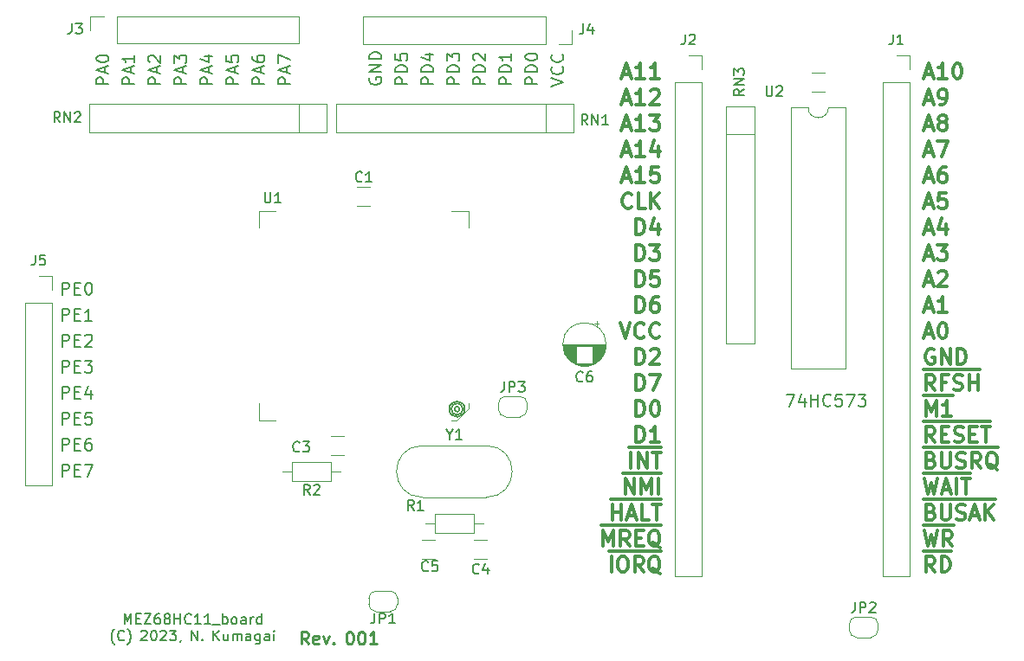
<source format=gto>
G04 #@! TF.GenerationSoftware,KiCad,Pcbnew,(7.0.0)*
G04 #@! TF.CreationDate,2023-09-08T01:05:12+09:00*
G04 #@! TF.ProjectId,MEZ68HC11,4d455a36-3848-4433-9131-2e6b69636164,rev?*
G04 #@! TF.SameCoordinates,PX55d4a80PY9043270*
G04 #@! TF.FileFunction,Legend,Top*
G04 #@! TF.FilePolarity,Positive*
%FSLAX46Y46*%
G04 Gerber Fmt 4.6, Leading zero omitted, Abs format (unit mm)*
G04 Created by KiCad (PCBNEW (7.0.0)) date 2023-09-08 01:05:12*
%MOMM*%
%LPD*%
G01*
G04 APERTURE LIST*
%ADD10C,0.150000*%
%ADD11C,0.200000*%
%ADD12C,0.300000*%
%ADD13C,0.250000*%
%ADD14C,0.120000*%
%ADD15C,0.100000*%
G04 APERTURE END LIST*
D10*
X43858000Y24016000D02*
G75*
G03*
X43858000Y24016000I-254000J0D01*
G01*
X44171961Y24016000D02*
G75*
G03*
X44171961Y24016000I-567961J0D01*
G01*
X44366000Y24016000D02*
G75*
G03*
X44366000Y24016000I-762000J0D01*
G01*
D11*
X75779428Y25477143D02*
X76579428Y25477143D01*
X76579428Y25477143D02*
X76065142Y24277143D01*
X77550857Y25077143D02*
X77550857Y24277143D01*
X77265142Y25534286D02*
X76979428Y24677143D01*
X76979428Y24677143D02*
X77722285Y24677143D01*
X78179428Y24277143D02*
X78179428Y25477143D01*
X78179428Y24905715D02*
X78865142Y24905715D01*
X78865142Y24277143D02*
X78865142Y25477143D01*
X80122285Y24391429D02*
X80065142Y24334286D01*
X80065142Y24334286D02*
X79893714Y24277143D01*
X79893714Y24277143D02*
X79779428Y24277143D01*
X79779428Y24277143D02*
X79607999Y24334286D01*
X79607999Y24334286D02*
X79493714Y24448572D01*
X79493714Y24448572D02*
X79436571Y24562858D01*
X79436571Y24562858D02*
X79379428Y24791429D01*
X79379428Y24791429D02*
X79379428Y24962858D01*
X79379428Y24962858D02*
X79436571Y25191429D01*
X79436571Y25191429D02*
X79493714Y25305715D01*
X79493714Y25305715D02*
X79607999Y25420000D01*
X79607999Y25420000D02*
X79779428Y25477143D01*
X79779428Y25477143D02*
X79893714Y25477143D01*
X79893714Y25477143D02*
X80065142Y25420000D01*
X80065142Y25420000D02*
X80122285Y25362858D01*
X81207999Y25477143D02*
X80636571Y25477143D01*
X80636571Y25477143D02*
X80579428Y24905715D01*
X80579428Y24905715D02*
X80636571Y24962858D01*
X80636571Y24962858D02*
X80750857Y25020000D01*
X80750857Y25020000D02*
X81036571Y25020000D01*
X81036571Y25020000D02*
X81150857Y24962858D01*
X81150857Y24962858D02*
X81207999Y24905715D01*
X81207999Y24905715D02*
X81265142Y24791429D01*
X81265142Y24791429D02*
X81265142Y24505715D01*
X81265142Y24505715D02*
X81207999Y24391429D01*
X81207999Y24391429D02*
X81150857Y24334286D01*
X81150857Y24334286D02*
X81036571Y24277143D01*
X81036571Y24277143D02*
X80750857Y24277143D01*
X80750857Y24277143D02*
X80636571Y24334286D01*
X80636571Y24334286D02*
X80579428Y24391429D01*
X81665142Y25477143D02*
X82465142Y25477143D01*
X82465142Y25477143D02*
X81950856Y24277143D01*
X82807999Y25477143D02*
X83550856Y25477143D01*
X83550856Y25477143D02*
X83150856Y25020000D01*
X83150856Y25020000D02*
X83322285Y25020000D01*
X83322285Y25020000D02*
X83436571Y24962858D01*
X83436571Y24962858D02*
X83493713Y24905715D01*
X83493713Y24905715D02*
X83550856Y24791429D01*
X83550856Y24791429D02*
X83550856Y24505715D01*
X83550856Y24505715D02*
X83493713Y24391429D01*
X83493713Y24391429D02*
X83436571Y24334286D01*
X83436571Y24334286D02*
X83322285Y24277143D01*
X83322285Y24277143D02*
X82979428Y24277143D01*
X82979428Y24277143D02*
X82865142Y24334286D01*
X82865142Y24334286D02*
X82807999Y24391429D01*
X52810857Y55626286D02*
X54010857Y56026286D01*
X54010857Y56026286D02*
X52810857Y56426286D01*
X53896571Y57512000D02*
X53953714Y57454857D01*
X53953714Y57454857D02*
X54010857Y57283429D01*
X54010857Y57283429D02*
X54010857Y57169143D01*
X54010857Y57169143D02*
X53953714Y56997714D01*
X53953714Y56997714D02*
X53839428Y56883429D01*
X53839428Y56883429D02*
X53725142Y56826286D01*
X53725142Y56826286D02*
X53496571Y56769143D01*
X53496571Y56769143D02*
X53325142Y56769143D01*
X53325142Y56769143D02*
X53096571Y56826286D01*
X53096571Y56826286D02*
X52982285Y56883429D01*
X52982285Y56883429D02*
X52868000Y56997714D01*
X52868000Y56997714D02*
X52810857Y57169143D01*
X52810857Y57169143D02*
X52810857Y57283429D01*
X52810857Y57283429D02*
X52868000Y57454857D01*
X52868000Y57454857D02*
X52925142Y57512000D01*
X53896571Y58712000D02*
X53953714Y58654857D01*
X53953714Y58654857D02*
X54010857Y58483429D01*
X54010857Y58483429D02*
X54010857Y58369143D01*
X54010857Y58369143D02*
X53953714Y58197714D01*
X53953714Y58197714D02*
X53839428Y58083429D01*
X53839428Y58083429D02*
X53725142Y58026286D01*
X53725142Y58026286D02*
X53496571Y57969143D01*
X53496571Y57969143D02*
X53325142Y57969143D01*
X53325142Y57969143D02*
X53096571Y58026286D01*
X53096571Y58026286D02*
X52982285Y58083429D01*
X52982285Y58083429D02*
X52868000Y58197714D01*
X52868000Y58197714D02*
X52810857Y58369143D01*
X52810857Y58369143D02*
X52810857Y58483429D01*
X52810857Y58483429D02*
X52868000Y58654857D01*
X52868000Y58654857D02*
X52925142Y58712000D01*
X51470857Y55797715D02*
X50270857Y55797715D01*
X50270857Y55797715D02*
X50270857Y56254858D01*
X50270857Y56254858D02*
X50328000Y56369143D01*
X50328000Y56369143D02*
X50385142Y56426286D01*
X50385142Y56426286D02*
X50499428Y56483429D01*
X50499428Y56483429D02*
X50670857Y56483429D01*
X50670857Y56483429D02*
X50785142Y56426286D01*
X50785142Y56426286D02*
X50842285Y56369143D01*
X50842285Y56369143D02*
X50899428Y56254858D01*
X50899428Y56254858D02*
X50899428Y55797715D01*
X51470857Y56997715D02*
X50270857Y56997715D01*
X50270857Y56997715D02*
X50270857Y57283429D01*
X50270857Y57283429D02*
X50328000Y57454858D01*
X50328000Y57454858D02*
X50442285Y57569143D01*
X50442285Y57569143D02*
X50556571Y57626286D01*
X50556571Y57626286D02*
X50785142Y57683429D01*
X50785142Y57683429D02*
X50956571Y57683429D01*
X50956571Y57683429D02*
X51185142Y57626286D01*
X51185142Y57626286D02*
X51299428Y57569143D01*
X51299428Y57569143D02*
X51413714Y57454858D01*
X51413714Y57454858D02*
X51470857Y57283429D01*
X51470857Y57283429D02*
X51470857Y56997715D01*
X50270857Y58426286D02*
X50270857Y58540572D01*
X50270857Y58540572D02*
X50328000Y58654858D01*
X50328000Y58654858D02*
X50385142Y58712000D01*
X50385142Y58712000D02*
X50499428Y58769143D01*
X50499428Y58769143D02*
X50728000Y58826286D01*
X50728000Y58826286D02*
X51013714Y58826286D01*
X51013714Y58826286D02*
X51242285Y58769143D01*
X51242285Y58769143D02*
X51356571Y58712000D01*
X51356571Y58712000D02*
X51413714Y58654858D01*
X51413714Y58654858D02*
X51470857Y58540572D01*
X51470857Y58540572D02*
X51470857Y58426286D01*
X51470857Y58426286D02*
X51413714Y58312000D01*
X51413714Y58312000D02*
X51356571Y58254858D01*
X51356571Y58254858D02*
X51242285Y58197715D01*
X51242285Y58197715D02*
X51013714Y58140572D01*
X51013714Y58140572D02*
X50728000Y58140572D01*
X50728000Y58140572D02*
X50499428Y58197715D01*
X50499428Y58197715D02*
X50385142Y58254858D01*
X50385142Y58254858D02*
X50328000Y58312000D01*
X50328000Y58312000D02*
X50270857Y58426286D01*
X48930857Y55797715D02*
X47730857Y55797715D01*
X47730857Y55797715D02*
X47730857Y56254858D01*
X47730857Y56254858D02*
X47788000Y56369143D01*
X47788000Y56369143D02*
X47845142Y56426286D01*
X47845142Y56426286D02*
X47959428Y56483429D01*
X47959428Y56483429D02*
X48130857Y56483429D01*
X48130857Y56483429D02*
X48245142Y56426286D01*
X48245142Y56426286D02*
X48302285Y56369143D01*
X48302285Y56369143D02*
X48359428Y56254858D01*
X48359428Y56254858D02*
X48359428Y55797715D01*
X48930857Y56997715D02*
X47730857Y56997715D01*
X47730857Y56997715D02*
X47730857Y57283429D01*
X47730857Y57283429D02*
X47788000Y57454858D01*
X47788000Y57454858D02*
X47902285Y57569143D01*
X47902285Y57569143D02*
X48016571Y57626286D01*
X48016571Y57626286D02*
X48245142Y57683429D01*
X48245142Y57683429D02*
X48416571Y57683429D01*
X48416571Y57683429D02*
X48645142Y57626286D01*
X48645142Y57626286D02*
X48759428Y57569143D01*
X48759428Y57569143D02*
X48873714Y57454858D01*
X48873714Y57454858D02*
X48930857Y57283429D01*
X48930857Y57283429D02*
X48930857Y56997715D01*
X48930857Y58826286D02*
X48930857Y58140572D01*
X48930857Y58483429D02*
X47730857Y58483429D01*
X47730857Y58483429D02*
X47902285Y58369143D01*
X47902285Y58369143D02*
X48016571Y58254858D01*
X48016571Y58254858D02*
X48073714Y58140572D01*
X46390857Y55797715D02*
X45190857Y55797715D01*
X45190857Y55797715D02*
X45190857Y56254858D01*
X45190857Y56254858D02*
X45248000Y56369143D01*
X45248000Y56369143D02*
X45305142Y56426286D01*
X45305142Y56426286D02*
X45419428Y56483429D01*
X45419428Y56483429D02*
X45590857Y56483429D01*
X45590857Y56483429D02*
X45705142Y56426286D01*
X45705142Y56426286D02*
X45762285Y56369143D01*
X45762285Y56369143D02*
X45819428Y56254858D01*
X45819428Y56254858D02*
X45819428Y55797715D01*
X46390857Y56997715D02*
X45190857Y56997715D01*
X45190857Y56997715D02*
X45190857Y57283429D01*
X45190857Y57283429D02*
X45248000Y57454858D01*
X45248000Y57454858D02*
X45362285Y57569143D01*
X45362285Y57569143D02*
X45476571Y57626286D01*
X45476571Y57626286D02*
X45705142Y57683429D01*
X45705142Y57683429D02*
X45876571Y57683429D01*
X45876571Y57683429D02*
X46105142Y57626286D01*
X46105142Y57626286D02*
X46219428Y57569143D01*
X46219428Y57569143D02*
X46333714Y57454858D01*
X46333714Y57454858D02*
X46390857Y57283429D01*
X46390857Y57283429D02*
X46390857Y56997715D01*
X45305142Y58140572D02*
X45248000Y58197715D01*
X45248000Y58197715D02*
X45190857Y58312000D01*
X45190857Y58312000D02*
X45190857Y58597715D01*
X45190857Y58597715D02*
X45248000Y58712000D01*
X45248000Y58712000D02*
X45305142Y58769143D01*
X45305142Y58769143D02*
X45419428Y58826286D01*
X45419428Y58826286D02*
X45533714Y58826286D01*
X45533714Y58826286D02*
X45705142Y58769143D01*
X45705142Y58769143D02*
X46390857Y58083429D01*
X46390857Y58083429D02*
X46390857Y58826286D01*
X43850857Y55797715D02*
X42650857Y55797715D01*
X42650857Y55797715D02*
X42650857Y56254858D01*
X42650857Y56254858D02*
X42708000Y56369143D01*
X42708000Y56369143D02*
X42765142Y56426286D01*
X42765142Y56426286D02*
X42879428Y56483429D01*
X42879428Y56483429D02*
X43050857Y56483429D01*
X43050857Y56483429D02*
X43165142Y56426286D01*
X43165142Y56426286D02*
X43222285Y56369143D01*
X43222285Y56369143D02*
X43279428Y56254858D01*
X43279428Y56254858D02*
X43279428Y55797715D01*
X43850857Y56997715D02*
X42650857Y56997715D01*
X42650857Y56997715D02*
X42650857Y57283429D01*
X42650857Y57283429D02*
X42708000Y57454858D01*
X42708000Y57454858D02*
X42822285Y57569143D01*
X42822285Y57569143D02*
X42936571Y57626286D01*
X42936571Y57626286D02*
X43165142Y57683429D01*
X43165142Y57683429D02*
X43336571Y57683429D01*
X43336571Y57683429D02*
X43565142Y57626286D01*
X43565142Y57626286D02*
X43679428Y57569143D01*
X43679428Y57569143D02*
X43793714Y57454858D01*
X43793714Y57454858D02*
X43850857Y57283429D01*
X43850857Y57283429D02*
X43850857Y56997715D01*
X42650857Y58083429D02*
X42650857Y58826286D01*
X42650857Y58826286D02*
X43108000Y58426286D01*
X43108000Y58426286D02*
X43108000Y58597715D01*
X43108000Y58597715D02*
X43165142Y58712000D01*
X43165142Y58712000D02*
X43222285Y58769143D01*
X43222285Y58769143D02*
X43336571Y58826286D01*
X43336571Y58826286D02*
X43622285Y58826286D01*
X43622285Y58826286D02*
X43736571Y58769143D01*
X43736571Y58769143D02*
X43793714Y58712000D01*
X43793714Y58712000D02*
X43850857Y58597715D01*
X43850857Y58597715D02*
X43850857Y58254858D01*
X43850857Y58254858D02*
X43793714Y58140572D01*
X43793714Y58140572D02*
X43736571Y58083429D01*
X41310857Y55797715D02*
X40110857Y55797715D01*
X40110857Y55797715D02*
X40110857Y56254858D01*
X40110857Y56254858D02*
X40168000Y56369143D01*
X40168000Y56369143D02*
X40225142Y56426286D01*
X40225142Y56426286D02*
X40339428Y56483429D01*
X40339428Y56483429D02*
X40510857Y56483429D01*
X40510857Y56483429D02*
X40625142Y56426286D01*
X40625142Y56426286D02*
X40682285Y56369143D01*
X40682285Y56369143D02*
X40739428Y56254858D01*
X40739428Y56254858D02*
X40739428Y55797715D01*
X41310857Y56997715D02*
X40110857Y56997715D01*
X40110857Y56997715D02*
X40110857Y57283429D01*
X40110857Y57283429D02*
X40168000Y57454858D01*
X40168000Y57454858D02*
X40282285Y57569143D01*
X40282285Y57569143D02*
X40396571Y57626286D01*
X40396571Y57626286D02*
X40625142Y57683429D01*
X40625142Y57683429D02*
X40796571Y57683429D01*
X40796571Y57683429D02*
X41025142Y57626286D01*
X41025142Y57626286D02*
X41139428Y57569143D01*
X41139428Y57569143D02*
X41253714Y57454858D01*
X41253714Y57454858D02*
X41310857Y57283429D01*
X41310857Y57283429D02*
X41310857Y56997715D01*
X40510857Y58712000D02*
X41310857Y58712000D01*
X40053714Y58426286D02*
X40910857Y58140572D01*
X40910857Y58140572D02*
X40910857Y58883429D01*
X38770857Y55797715D02*
X37570857Y55797715D01*
X37570857Y55797715D02*
X37570857Y56254858D01*
X37570857Y56254858D02*
X37628000Y56369143D01*
X37628000Y56369143D02*
X37685142Y56426286D01*
X37685142Y56426286D02*
X37799428Y56483429D01*
X37799428Y56483429D02*
X37970857Y56483429D01*
X37970857Y56483429D02*
X38085142Y56426286D01*
X38085142Y56426286D02*
X38142285Y56369143D01*
X38142285Y56369143D02*
X38199428Y56254858D01*
X38199428Y56254858D02*
X38199428Y55797715D01*
X38770857Y56997715D02*
X37570857Y56997715D01*
X37570857Y56997715D02*
X37570857Y57283429D01*
X37570857Y57283429D02*
X37628000Y57454858D01*
X37628000Y57454858D02*
X37742285Y57569143D01*
X37742285Y57569143D02*
X37856571Y57626286D01*
X37856571Y57626286D02*
X38085142Y57683429D01*
X38085142Y57683429D02*
X38256571Y57683429D01*
X38256571Y57683429D02*
X38485142Y57626286D01*
X38485142Y57626286D02*
X38599428Y57569143D01*
X38599428Y57569143D02*
X38713714Y57454858D01*
X38713714Y57454858D02*
X38770857Y57283429D01*
X38770857Y57283429D02*
X38770857Y56997715D01*
X37570857Y58769143D02*
X37570857Y58197715D01*
X37570857Y58197715D02*
X38142285Y58140572D01*
X38142285Y58140572D02*
X38085142Y58197715D01*
X38085142Y58197715D02*
X38028000Y58312000D01*
X38028000Y58312000D02*
X38028000Y58597715D01*
X38028000Y58597715D02*
X38085142Y58712000D01*
X38085142Y58712000D02*
X38142285Y58769143D01*
X38142285Y58769143D02*
X38256571Y58826286D01*
X38256571Y58826286D02*
X38542285Y58826286D01*
X38542285Y58826286D02*
X38656571Y58769143D01*
X38656571Y58769143D02*
X38713714Y58712000D01*
X38713714Y58712000D02*
X38770857Y58597715D01*
X38770857Y58597715D02*
X38770857Y58312000D01*
X38770857Y58312000D02*
X38713714Y58197715D01*
X38713714Y58197715D02*
X38656571Y58140572D01*
X35088000Y56426286D02*
X35030857Y56312000D01*
X35030857Y56312000D02*
X35030857Y56140572D01*
X35030857Y56140572D02*
X35088000Y55969143D01*
X35088000Y55969143D02*
X35202285Y55854858D01*
X35202285Y55854858D02*
X35316571Y55797715D01*
X35316571Y55797715D02*
X35545142Y55740572D01*
X35545142Y55740572D02*
X35716571Y55740572D01*
X35716571Y55740572D02*
X35945142Y55797715D01*
X35945142Y55797715D02*
X36059428Y55854858D01*
X36059428Y55854858D02*
X36173714Y55969143D01*
X36173714Y55969143D02*
X36230857Y56140572D01*
X36230857Y56140572D02*
X36230857Y56254858D01*
X36230857Y56254858D02*
X36173714Y56426286D01*
X36173714Y56426286D02*
X36116571Y56483429D01*
X36116571Y56483429D02*
X35716571Y56483429D01*
X35716571Y56483429D02*
X35716571Y56254858D01*
X36230857Y56997715D02*
X35030857Y56997715D01*
X35030857Y56997715D02*
X36230857Y57683429D01*
X36230857Y57683429D02*
X35030857Y57683429D01*
X36230857Y58254858D02*
X35030857Y58254858D01*
X35030857Y58254858D02*
X35030857Y58540572D01*
X35030857Y58540572D02*
X35088000Y58712001D01*
X35088000Y58712001D02*
X35202285Y58826286D01*
X35202285Y58826286D02*
X35316571Y58883429D01*
X35316571Y58883429D02*
X35545142Y58940572D01*
X35545142Y58940572D02*
X35716571Y58940572D01*
X35716571Y58940572D02*
X35945142Y58883429D01*
X35945142Y58883429D02*
X36059428Y58826286D01*
X36059428Y58826286D02*
X36173714Y58712001D01*
X36173714Y58712001D02*
X36230857Y58540572D01*
X36230857Y58540572D02*
X36230857Y58254858D01*
X27340857Y55797715D02*
X26140857Y55797715D01*
X26140857Y55797715D02*
X26140857Y56254858D01*
X26140857Y56254858D02*
X26198000Y56369143D01*
X26198000Y56369143D02*
X26255142Y56426286D01*
X26255142Y56426286D02*
X26369428Y56483429D01*
X26369428Y56483429D02*
X26540857Y56483429D01*
X26540857Y56483429D02*
X26655142Y56426286D01*
X26655142Y56426286D02*
X26712285Y56369143D01*
X26712285Y56369143D02*
X26769428Y56254858D01*
X26769428Y56254858D02*
X26769428Y55797715D01*
X26998000Y56940572D02*
X26998000Y57512000D01*
X27340857Y56826286D02*
X26140857Y57226286D01*
X26140857Y57226286D02*
X27340857Y57626286D01*
X26140857Y57912000D02*
X26140857Y58712000D01*
X26140857Y58712000D02*
X27340857Y58197714D01*
X24800857Y55797715D02*
X23600857Y55797715D01*
X23600857Y55797715D02*
X23600857Y56254858D01*
X23600857Y56254858D02*
X23658000Y56369143D01*
X23658000Y56369143D02*
X23715142Y56426286D01*
X23715142Y56426286D02*
X23829428Y56483429D01*
X23829428Y56483429D02*
X24000857Y56483429D01*
X24000857Y56483429D02*
X24115142Y56426286D01*
X24115142Y56426286D02*
X24172285Y56369143D01*
X24172285Y56369143D02*
X24229428Y56254858D01*
X24229428Y56254858D02*
X24229428Y55797715D01*
X24458000Y56940572D02*
X24458000Y57512000D01*
X24800857Y56826286D02*
X23600857Y57226286D01*
X23600857Y57226286D02*
X24800857Y57626286D01*
X23600857Y58540571D02*
X23600857Y58312000D01*
X23600857Y58312000D02*
X23658000Y58197714D01*
X23658000Y58197714D02*
X23715142Y58140571D01*
X23715142Y58140571D02*
X23886571Y58026286D01*
X23886571Y58026286D02*
X24115142Y57969143D01*
X24115142Y57969143D02*
X24572285Y57969143D01*
X24572285Y57969143D02*
X24686571Y58026286D01*
X24686571Y58026286D02*
X24743714Y58083429D01*
X24743714Y58083429D02*
X24800857Y58197714D01*
X24800857Y58197714D02*
X24800857Y58426286D01*
X24800857Y58426286D02*
X24743714Y58540571D01*
X24743714Y58540571D02*
X24686571Y58597714D01*
X24686571Y58597714D02*
X24572285Y58654857D01*
X24572285Y58654857D02*
X24286571Y58654857D01*
X24286571Y58654857D02*
X24172285Y58597714D01*
X24172285Y58597714D02*
X24115142Y58540571D01*
X24115142Y58540571D02*
X24058000Y58426286D01*
X24058000Y58426286D02*
X24058000Y58197714D01*
X24058000Y58197714D02*
X24115142Y58083429D01*
X24115142Y58083429D02*
X24172285Y58026286D01*
X24172285Y58026286D02*
X24286571Y57969143D01*
X22260857Y55797715D02*
X21060857Y55797715D01*
X21060857Y55797715D02*
X21060857Y56254858D01*
X21060857Y56254858D02*
X21118000Y56369143D01*
X21118000Y56369143D02*
X21175142Y56426286D01*
X21175142Y56426286D02*
X21289428Y56483429D01*
X21289428Y56483429D02*
X21460857Y56483429D01*
X21460857Y56483429D02*
X21575142Y56426286D01*
X21575142Y56426286D02*
X21632285Y56369143D01*
X21632285Y56369143D02*
X21689428Y56254858D01*
X21689428Y56254858D02*
X21689428Y55797715D01*
X21918000Y56940572D02*
X21918000Y57512000D01*
X22260857Y56826286D02*
X21060857Y57226286D01*
X21060857Y57226286D02*
X22260857Y57626286D01*
X21060857Y58597714D02*
X21060857Y58026286D01*
X21060857Y58026286D02*
X21632285Y57969143D01*
X21632285Y57969143D02*
X21575142Y58026286D01*
X21575142Y58026286D02*
X21518000Y58140571D01*
X21518000Y58140571D02*
X21518000Y58426286D01*
X21518000Y58426286D02*
X21575142Y58540571D01*
X21575142Y58540571D02*
X21632285Y58597714D01*
X21632285Y58597714D02*
X21746571Y58654857D01*
X21746571Y58654857D02*
X22032285Y58654857D01*
X22032285Y58654857D02*
X22146571Y58597714D01*
X22146571Y58597714D02*
X22203714Y58540571D01*
X22203714Y58540571D02*
X22260857Y58426286D01*
X22260857Y58426286D02*
X22260857Y58140571D01*
X22260857Y58140571D02*
X22203714Y58026286D01*
X22203714Y58026286D02*
X22146571Y57969143D01*
X19720857Y55797715D02*
X18520857Y55797715D01*
X18520857Y55797715D02*
X18520857Y56254858D01*
X18520857Y56254858D02*
X18578000Y56369143D01*
X18578000Y56369143D02*
X18635142Y56426286D01*
X18635142Y56426286D02*
X18749428Y56483429D01*
X18749428Y56483429D02*
X18920857Y56483429D01*
X18920857Y56483429D02*
X19035142Y56426286D01*
X19035142Y56426286D02*
X19092285Y56369143D01*
X19092285Y56369143D02*
X19149428Y56254858D01*
X19149428Y56254858D02*
X19149428Y55797715D01*
X19378000Y56940572D02*
X19378000Y57512000D01*
X19720857Y56826286D02*
X18520857Y57226286D01*
X18520857Y57226286D02*
X19720857Y57626286D01*
X18920857Y58540571D02*
X19720857Y58540571D01*
X18463714Y58254857D02*
X19320857Y57969143D01*
X19320857Y57969143D02*
X19320857Y58712000D01*
X17180857Y55797715D02*
X15980857Y55797715D01*
X15980857Y55797715D02*
X15980857Y56254858D01*
X15980857Y56254858D02*
X16038000Y56369143D01*
X16038000Y56369143D02*
X16095142Y56426286D01*
X16095142Y56426286D02*
X16209428Y56483429D01*
X16209428Y56483429D02*
X16380857Y56483429D01*
X16380857Y56483429D02*
X16495142Y56426286D01*
X16495142Y56426286D02*
X16552285Y56369143D01*
X16552285Y56369143D02*
X16609428Y56254858D01*
X16609428Y56254858D02*
X16609428Y55797715D01*
X16838000Y56940572D02*
X16838000Y57512000D01*
X17180857Y56826286D02*
X15980857Y57226286D01*
X15980857Y57226286D02*
X17180857Y57626286D01*
X15980857Y57912000D02*
X15980857Y58654857D01*
X15980857Y58654857D02*
X16438000Y58254857D01*
X16438000Y58254857D02*
X16438000Y58426286D01*
X16438000Y58426286D02*
X16495142Y58540571D01*
X16495142Y58540571D02*
X16552285Y58597714D01*
X16552285Y58597714D02*
X16666571Y58654857D01*
X16666571Y58654857D02*
X16952285Y58654857D01*
X16952285Y58654857D02*
X17066571Y58597714D01*
X17066571Y58597714D02*
X17123714Y58540571D01*
X17123714Y58540571D02*
X17180857Y58426286D01*
X17180857Y58426286D02*
X17180857Y58083429D01*
X17180857Y58083429D02*
X17123714Y57969143D01*
X17123714Y57969143D02*
X17066571Y57912000D01*
X14640857Y55797715D02*
X13440857Y55797715D01*
X13440857Y55797715D02*
X13440857Y56254858D01*
X13440857Y56254858D02*
X13498000Y56369143D01*
X13498000Y56369143D02*
X13555142Y56426286D01*
X13555142Y56426286D02*
X13669428Y56483429D01*
X13669428Y56483429D02*
X13840857Y56483429D01*
X13840857Y56483429D02*
X13955142Y56426286D01*
X13955142Y56426286D02*
X14012285Y56369143D01*
X14012285Y56369143D02*
X14069428Y56254858D01*
X14069428Y56254858D02*
X14069428Y55797715D01*
X14298000Y56940572D02*
X14298000Y57512000D01*
X14640857Y56826286D02*
X13440857Y57226286D01*
X13440857Y57226286D02*
X14640857Y57626286D01*
X13555142Y57969143D02*
X13498000Y58026286D01*
X13498000Y58026286D02*
X13440857Y58140571D01*
X13440857Y58140571D02*
X13440857Y58426286D01*
X13440857Y58426286D02*
X13498000Y58540571D01*
X13498000Y58540571D02*
X13555142Y58597714D01*
X13555142Y58597714D02*
X13669428Y58654857D01*
X13669428Y58654857D02*
X13783714Y58654857D01*
X13783714Y58654857D02*
X13955142Y58597714D01*
X13955142Y58597714D02*
X14640857Y57912000D01*
X14640857Y57912000D02*
X14640857Y58654857D01*
X12100857Y55797715D02*
X10900857Y55797715D01*
X10900857Y55797715D02*
X10900857Y56254858D01*
X10900857Y56254858D02*
X10958000Y56369143D01*
X10958000Y56369143D02*
X11015142Y56426286D01*
X11015142Y56426286D02*
X11129428Y56483429D01*
X11129428Y56483429D02*
X11300857Y56483429D01*
X11300857Y56483429D02*
X11415142Y56426286D01*
X11415142Y56426286D02*
X11472285Y56369143D01*
X11472285Y56369143D02*
X11529428Y56254858D01*
X11529428Y56254858D02*
X11529428Y55797715D01*
X11758000Y56940572D02*
X11758000Y57512000D01*
X12100857Y56826286D02*
X10900857Y57226286D01*
X10900857Y57226286D02*
X12100857Y57626286D01*
X12100857Y58654857D02*
X12100857Y57969143D01*
X12100857Y58312000D02*
X10900857Y58312000D01*
X10900857Y58312000D02*
X11072285Y58197714D01*
X11072285Y58197714D02*
X11186571Y58083429D01*
X11186571Y58083429D02*
X11243714Y57969143D01*
X9560857Y55797715D02*
X8360857Y55797715D01*
X8360857Y55797715D02*
X8360857Y56254858D01*
X8360857Y56254858D02*
X8418000Y56369143D01*
X8418000Y56369143D02*
X8475142Y56426286D01*
X8475142Y56426286D02*
X8589428Y56483429D01*
X8589428Y56483429D02*
X8760857Y56483429D01*
X8760857Y56483429D02*
X8875142Y56426286D01*
X8875142Y56426286D02*
X8932285Y56369143D01*
X8932285Y56369143D02*
X8989428Y56254858D01*
X8989428Y56254858D02*
X8989428Y55797715D01*
X9218000Y56940572D02*
X9218000Y57512000D01*
X9560857Y56826286D02*
X8360857Y57226286D01*
X8360857Y57226286D02*
X9560857Y57626286D01*
X8360857Y58254857D02*
X8360857Y58369143D01*
X8360857Y58369143D02*
X8418000Y58483429D01*
X8418000Y58483429D02*
X8475142Y58540571D01*
X8475142Y58540571D02*
X8589428Y58597714D01*
X8589428Y58597714D02*
X8818000Y58654857D01*
X8818000Y58654857D02*
X9103714Y58654857D01*
X9103714Y58654857D02*
X9332285Y58597714D01*
X9332285Y58597714D02*
X9446571Y58540571D01*
X9446571Y58540571D02*
X9503714Y58483429D01*
X9503714Y58483429D02*
X9560857Y58369143D01*
X9560857Y58369143D02*
X9560857Y58254857D01*
X9560857Y58254857D02*
X9503714Y58140571D01*
X9503714Y58140571D02*
X9446571Y58083429D01*
X9446571Y58083429D02*
X9332285Y58026286D01*
X9332285Y58026286D02*
X9103714Y57969143D01*
X9103714Y57969143D02*
X8818000Y57969143D01*
X8818000Y57969143D02*
X8589428Y58026286D01*
X8589428Y58026286D02*
X8475142Y58083429D01*
X8475142Y58083429D02*
X8418000Y58140571D01*
X8418000Y58140571D02*
X8360857Y58254857D01*
X5027714Y17419143D02*
X5027714Y18619143D01*
X5027714Y18619143D02*
X5484857Y18619143D01*
X5484857Y18619143D02*
X5599142Y18562000D01*
X5599142Y18562000D02*
X5656285Y18504858D01*
X5656285Y18504858D02*
X5713428Y18390572D01*
X5713428Y18390572D02*
X5713428Y18219143D01*
X5713428Y18219143D02*
X5656285Y18104858D01*
X5656285Y18104858D02*
X5599142Y18047715D01*
X5599142Y18047715D02*
X5484857Y17990572D01*
X5484857Y17990572D02*
X5027714Y17990572D01*
X6227714Y18047715D02*
X6627714Y18047715D01*
X6799142Y17419143D02*
X6227714Y17419143D01*
X6227714Y17419143D02*
X6227714Y18619143D01*
X6227714Y18619143D02*
X6799142Y18619143D01*
X7199142Y18619143D02*
X7999142Y18619143D01*
X7999142Y18619143D02*
X7484856Y17419143D01*
X5027714Y19959143D02*
X5027714Y21159143D01*
X5027714Y21159143D02*
X5484857Y21159143D01*
X5484857Y21159143D02*
X5599142Y21102000D01*
X5599142Y21102000D02*
X5656285Y21044858D01*
X5656285Y21044858D02*
X5713428Y20930572D01*
X5713428Y20930572D02*
X5713428Y20759143D01*
X5713428Y20759143D02*
X5656285Y20644858D01*
X5656285Y20644858D02*
X5599142Y20587715D01*
X5599142Y20587715D02*
X5484857Y20530572D01*
X5484857Y20530572D02*
X5027714Y20530572D01*
X6227714Y20587715D02*
X6627714Y20587715D01*
X6799142Y19959143D02*
X6227714Y19959143D01*
X6227714Y19959143D02*
X6227714Y21159143D01*
X6227714Y21159143D02*
X6799142Y21159143D01*
X7827714Y21159143D02*
X7599142Y21159143D01*
X7599142Y21159143D02*
X7484856Y21102000D01*
X7484856Y21102000D02*
X7427714Y21044858D01*
X7427714Y21044858D02*
X7313428Y20873429D01*
X7313428Y20873429D02*
X7256285Y20644858D01*
X7256285Y20644858D02*
X7256285Y20187715D01*
X7256285Y20187715D02*
X7313428Y20073429D01*
X7313428Y20073429D02*
X7370571Y20016286D01*
X7370571Y20016286D02*
X7484856Y19959143D01*
X7484856Y19959143D02*
X7713428Y19959143D01*
X7713428Y19959143D02*
X7827714Y20016286D01*
X7827714Y20016286D02*
X7884856Y20073429D01*
X7884856Y20073429D02*
X7941999Y20187715D01*
X7941999Y20187715D02*
X7941999Y20473429D01*
X7941999Y20473429D02*
X7884856Y20587715D01*
X7884856Y20587715D02*
X7827714Y20644858D01*
X7827714Y20644858D02*
X7713428Y20702000D01*
X7713428Y20702000D02*
X7484856Y20702000D01*
X7484856Y20702000D02*
X7370571Y20644858D01*
X7370571Y20644858D02*
X7313428Y20587715D01*
X7313428Y20587715D02*
X7256285Y20473429D01*
X5027714Y22499143D02*
X5027714Y23699143D01*
X5027714Y23699143D02*
X5484857Y23699143D01*
X5484857Y23699143D02*
X5599142Y23642000D01*
X5599142Y23642000D02*
X5656285Y23584858D01*
X5656285Y23584858D02*
X5713428Y23470572D01*
X5713428Y23470572D02*
X5713428Y23299143D01*
X5713428Y23299143D02*
X5656285Y23184858D01*
X5656285Y23184858D02*
X5599142Y23127715D01*
X5599142Y23127715D02*
X5484857Y23070572D01*
X5484857Y23070572D02*
X5027714Y23070572D01*
X6227714Y23127715D02*
X6627714Y23127715D01*
X6799142Y22499143D02*
X6227714Y22499143D01*
X6227714Y22499143D02*
X6227714Y23699143D01*
X6227714Y23699143D02*
X6799142Y23699143D01*
X7884856Y23699143D02*
X7313428Y23699143D01*
X7313428Y23699143D02*
X7256285Y23127715D01*
X7256285Y23127715D02*
X7313428Y23184858D01*
X7313428Y23184858D02*
X7427714Y23242000D01*
X7427714Y23242000D02*
X7713428Y23242000D01*
X7713428Y23242000D02*
X7827714Y23184858D01*
X7827714Y23184858D02*
X7884856Y23127715D01*
X7884856Y23127715D02*
X7941999Y23013429D01*
X7941999Y23013429D02*
X7941999Y22727715D01*
X7941999Y22727715D02*
X7884856Y22613429D01*
X7884856Y22613429D02*
X7827714Y22556286D01*
X7827714Y22556286D02*
X7713428Y22499143D01*
X7713428Y22499143D02*
X7427714Y22499143D01*
X7427714Y22499143D02*
X7313428Y22556286D01*
X7313428Y22556286D02*
X7256285Y22613429D01*
X5027714Y25039143D02*
X5027714Y26239143D01*
X5027714Y26239143D02*
X5484857Y26239143D01*
X5484857Y26239143D02*
X5599142Y26182000D01*
X5599142Y26182000D02*
X5656285Y26124858D01*
X5656285Y26124858D02*
X5713428Y26010572D01*
X5713428Y26010572D02*
X5713428Y25839143D01*
X5713428Y25839143D02*
X5656285Y25724858D01*
X5656285Y25724858D02*
X5599142Y25667715D01*
X5599142Y25667715D02*
X5484857Y25610572D01*
X5484857Y25610572D02*
X5027714Y25610572D01*
X6227714Y25667715D02*
X6627714Y25667715D01*
X6799142Y25039143D02*
X6227714Y25039143D01*
X6227714Y25039143D02*
X6227714Y26239143D01*
X6227714Y26239143D02*
X6799142Y26239143D01*
X7827714Y25839143D02*
X7827714Y25039143D01*
X7541999Y26296286D02*
X7256285Y25439143D01*
X7256285Y25439143D02*
X7999142Y25439143D01*
X5027714Y27579143D02*
X5027714Y28779143D01*
X5027714Y28779143D02*
X5484857Y28779143D01*
X5484857Y28779143D02*
X5599142Y28722000D01*
X5599142Y28722000D02*
X5656285Y28664858D01*
X5656285Y28664858D02*
X5713428Y28550572D01*
X5713428Y28550572D02*
X5713428Y28379143D01*
X5713428Y28379143D02*
X5656285Y28264858D01*
X5656285Y28264858D02*
X5599142Y28207715D01*
X5599142Y28207715D02*
X5484857Y28150572D01*
X5484857Y28150572D02*
X5027714Y28150572D01*
X6227714Y28207715D02*
X6627714Y28207715D01*
X6799142Y27579143D02*
X6227714Y27579143D01*
X6227714Y27579143D02*
X6227714Y28779143D01*
X6227714Y28779143D02*
X6799142Y28779143D01*
X7199142Y28779143D02*
X7941999Y28779143D01*
X7941999Y28779143D02*
X7541999Y28322000D01*
X7541999Y28322000D02*
X7713428Y28322000D01*
X7713428Y28322000D02*
X7827714Y28264858D01*
X7827714Y28264858D02*
X7884856Y28207715D01*
X7884856Y28207715D02*
X7941999Y28093429D01*
X7941999Y28093429D02*
X7941999Y27807715D01*
X7941999Y27807715D02*
X7884856Y27693429D01*
X7884856Y27693429D02*
X7827714Y27636286D01*
X7827714Y27636286D02*
X7713428Y27579143D01*
X7713428Y27579143D02*
X7370571Y27579143D01*
X7370571Y27579143D02*
X7256285Y27636286D01*
X7256285Y27636286D02*
X7199142Y27693429D01*
X5027714Y30119143D02*
X5027714Y31319143D01*
X5027714Y31319143D02*
X5484857Y31319143D01*
X5484857Y31319143D02*
X5599142Y31262000D01*
X5599142Y31262000D02*
X5656285Y31204858D01*
X5656285Y31204858D02*
X5713428Y31090572D01*
X5713428Y31090572D02*
X5713428Y30919143D01*
X5713428Y30919143D02*
X5656285Y30804858D01*
X5656285Y30804858D02*
X5599142Y30747715D01*
X5599142Y30747715D02*
X5484857Y30690572D01*
X5484857Y30690572D02*
X5027714Y30690572D01*
X6227714Y30747715D02*
X6627714Y30747715D01*
X6799142Y30119143D02*
X6227714Y30119143D01*
X6227714Y30119143D02*
X6227714Y31319143D01*
X6227714Y31319143D02*
X6799142Y31319143D01*
X7256285Y31204858D02*
X7313428Y31262000D01*
X7313428Y31262000D02*
X7427714Y31319143D01*
X7427714Y31319143D02*
X7713428Y31319143D01*
X7713428Y31319143D02*
X7827714Y31262000D01*
X7827714Y31262000D02*
X7884856Y31204858D01*
X7884856Y31204858D02*
X7941999Y31090572D01*
X7941999Y31090572D02*
X7941999Y30976286D01*
X7941999Y30976286D02*
X7884856Y30804858D01*
X7884856Y30804858D02*
X7199142Y30119143D01*
X7199142Y30119143D02*
X7941999Y30119143D01*
X5027714Y32659143D02*
X5027714Y33859143D01*
X5027714Y33859143D02*
X5484857Y33859143D01*
X5484857Y33859143D02*
X5599142Y33802000D01*
X5599142Y33802000D02*
X5656285Y33744858D01*
X5656285Y33744858D02*
X5713428Y33630572D01*
X5713428Y33630572D02*
X5713428Y33459143D01*
X5713428Y33459143D02*
X5656285Y33344858D01*
X5656285Y33344858D02*
X5599142Y33287715D01*
X5599142Y33287715D02*
X5484857Y33230572D01*
X5484857Y33230572D02*
X5027714Y33230572D01*
X6227714Y33287715D02*
X6627714Y33287715D01*
X6799142Y32659143D02*
X6227714Y32659143D01*
X6227714Y32659143D02*
X6227714Y33859143D01*
X6227714Y33859143D02*
X6799142Y33859143D01*
X7941999Y32659143D02*
X7256285Y32659143D01*
X7599142Y32659143D02*
X7599142Y33859143D01*
X7599142Y33859143D02*
X7484856Y33687715D01*
X7484856Y33687715D02*
X7370571Y33573429D01*
X7370571Y33573429D02*
X7256285Y33516286D01*
X5027714Y35199143D02*
X5027714Y36399143D01*
X5027714Y36399143D02*
X5484857Y36399143D01*
X5484857Y36399143D02*
X5599142Y36342000D01*
X5599142Y36342000D02*
X5656285Y36284858D01*
X5656285Y36284858D02*
X5713428Y36170572D01*
X5713428Y36170572D02*
X5713428Y35999143D01*
X5713428Y35999143D02*
X5656285Y35884858D01*
X5656285Y35884858D02*
X5599142Y35827715D01*
X5599142Y35827715D02*
X5484857Y35770572D01*
X5484857Y35770572D02*
X5027714Y35770572D01*
X6227714Y35827715D02*
X6627714Y35827715D01*
X6799142Y35199143D02*
X6227714Y35199143D01*
X6227714Y35199143D02*
X6227714Y36399143D01*
X6227714Y36399143D02*
X6799142Y36399143D01*
X7541999Y36399143D02*
X7656285Y36399143D01*
X7656285Y36399143D02*
X7770571Y36342000D01*
X7770571Y36342000D02*
X7827714Y36284858D01*
X7827714Y36284858D02*
X7884856Y36170572D01*
X7884856Y36170572D02*
X7941999Y35942000D01*
X7941999Y35942000D02*
X7941999Y35656286D01*
X7941999Y35656286D02*
X7884856Y35427715D01*
X7884856Y35427715D02*
X7827714Y35313429D01*
X7827714Y35313429D02*
X7770571Y35256286D01*
X7770571Y35256286D02*
X7656285Y35199143D01*
X7656285Y35199143D02*
X7541999Y35199143D01*
X7541999Y35199143D02*
X7427714Y35256286D01*
X7427714Y35256286D02*
X7370571Y35313429D01*
X7370571Y35313429D02*
X7313428Y35427715D01*
X7313428Y35427715D02*
X7256285Y35656286D01*
X7256285Y35656286D02*
X7256285Y35942000D01*
X7256285Y35942000D02*
X7313428Y36170572D01*
X7313428Y36170572D02*
X7370571Y36284858D01*
X7370571Y36284858D02*
X7427714Y36342000D01*
X7427714Y36342000D02*
X7541999Y36399143D01*
D12*
X61098571Y25866429D02*
X61098571Y27366429D01*
X61098571Y27366429D02*
X61455714Y27366429D01*
X61455714Y27366429D02*
X61670000Y27295000D01*
X61670000Y27295000D02*
X61812857Y27152143D01*
X61812857Y27152143D02*
X61884286Y27009286D01*
X61884286Y27009286D02*
X61955714Y26723572D01*
X61955714Y26723572D02*
X61955714Y26509286D01*
X61955714Y26509286D02*
X61884286Y26223572D01*
X61884286Y26223572D02*
X61812857Y26080715D01*
X61812857Y26080715D02*
X61670000Y25937858D01*
X61670000Y25937858D02*
X61455714Y25866429D01*
X61455714Y25866429D02*
X61098571Y25866429D01*
X62455714Y27366429D02*
X63455714Y27366429D01*
X63455714Y27366429D02*
X62812857Y25866429D01*
X89927142Y19032143D02*
X90141428Y18960715D01*
X90141428Y18960715D02*
X90212857Y18889286D01*
X90212857Y18889286D02*
X90284285Y18746429D01*
X90284285Y18746429D02*
X90284285Y18532143D01*
X90284285Y18532143D02*
X90212857Y18389286D01*
X90212857Y18389286D02*
X90141428Y18317858D01*
X90141428Y18317858D02*
X89998571Y18246429D01*
X89998571Y18246429D02*
X89427142Y18246429D01*
X89427142Y18246429D02*
X89427142Y19746429D01*
X89427142Y19746429D02*
X89927142Y19746429D01*
X89927142Y19746429D02*
X90070000Y19675000D01*
X90070000Y19675000D02*
X90141428Y19603572D01*
X90141428Y19603572D02*
X90212857Y19460715D01*
X90212857Y19460715D02*
X90212857Y19317858D01*
X90212857Y19317858D02*
X90141428Y19175000D01*
X90141428Y19175000D02*
X90070000Y19103572D01*
X90070000Y19103572D02*
X89927142Y19032143D01*
X89927142Y19032143D02*
X89427142Y19032143D01*
X90927142Y19746429D02*
X90927142Y18532143D01*
X90927142Y18532143D02*
X90998571Y18389286D01*
X90998571Y18389286D02*
X91070000Y18317858D01*
X91070000Y18317858D02*
X91212857Y18246429D01*
X91212857Y18246429D02*
X91498571Y18246429D01*
X91498571Y18246429D02*
X91641428Y18317858D01*
X91641428Y18317858D02*
X91712857Y18389286D01*
X91712857Y18389286D02*
X91784285Y18532143D01*
X91784285Y18532143D02*
X91784285Y19746429D01*
X92427143Y18317858D02*
X92641429Y18246429D01*
X92641429Y18246429D02*
X92998571Y18246429D01*
X92998571Y18246429D02*
X93141429Y18317858D01*
X93141429Y18317858D02*
X93212857Y18389286D01*
X93212857Y18389286D02*
X93284286Y18532143D01*
X93284286Y18532143D02*
X93284286Y18675000D01*
X93284286Y18675000D02*
X93212857Y18817858D01*
X93212857Y18817858D02*
X93141429Y18889286D01*
X93141429Y18889286D02*
X92998571Y18960715D01*
X92998571Y18960715D02*
X92712857Y19032143D01*
X92712857Y19032143D02*
X92570000Y19103572D01*
X92570000Y19103572D02*
X92498571Y19175000D01*
X92498571Y19175000D02*
X92427143Y19317858D01*
X92427143Y19317858D02*
X92427143Y19460715D01*
X92427143Y19460715D02*
X92498571Y19603572D01*
X92498571Y19603572D02*
X92570000Y19675000D01*
X92570000Y19675000D02*
X92712857Y19746429D01*
X92712857Y19746429D02*
X93070000Y19746429D01*
X93070000Y19746429D02*
X93284286Y19675000D01*
X94784285Y18246429D02*
X94284285Y18960715D01*
X93927142Y18246429D02*
X93927142Y19746429D01*
X93927142Y19746429D02*
X94498571Y19746429D01*
X94498571Y19746429D02*
X94641428Y19675000D01*
X94641428Y19675000D02*
X94712857Y19603572D01*
X94712857Y19603572D02*
X94784285Y19460715D01*
X94784285Y19460715D02*
X94784285Y19246429D01*
X94784285Y19246429D02*
X94712857Y19103572D01*
X94712857Y19103572D02*
X94641428Y19032143D01*
X94641428Y19032143D02*
X94498571Y18960715D01*
X94498571Y18960715D02*
X93927142Y18960715D01*
X96427142Y18103572D02*
X96284285Y18175000D01*
X96284285Y18175000D02*
X96141428Y18317858D01*
X96141428Y18317858D02*
X95927142Y18532143D01*
X95927142Y18532143D02*
X95784285Y18603572D01*
X95784285Y18603572D02*
X95641428Y18603572D01*
X95712857Y18246429D02*
X95570000Y18317858D01*
X95570000Y18317858D02*
X95427142Y18460715D01*
X95427142Y18460715D02*
X95355714Y18746429D01*
X95355714Y18746429D02*
X95355714Y19246429D01*
X95355714Y19246429D02*
X95427142Y19532143D01*
X95427142Y19532143D02*
X95570000Y19675000D01*
X95570000Y19675000D02*
X95712857Y19746429D01*
X95712857Y19746429D02*
X95998571Y19746429D01*
X95998571Y19746429D02*
X96141428Y19675000D01*
X96141428Y19675000D02*
X96284285Y19532143D01*
X96284285Y19532143D02*
X96355714Y19246429D01*
X96355714Y19246429D02*
X96355714Y18746429D01*
X96355714Y18746429D02*
X96284285Y18460715D01*
X96284285Y18460715D02*
X96141428Y18317858D01*
X96141428Y18317858D02*
X95998571Y18246429D01*
X95998571Y18246429D02*
X95712857Y18246429D01*
X89220000Y20275000D02*
X96491429Y20275000D01*
X59812858Y51695000D02*
X60527144Y51695000D01*
X59670001Y51266429D02*
X60170001Y52766429D01*
X60170001Y52766429D02*
X60670001Y51266429D01*
X61955715Y51266429D02*
X61098572Y51266429D01*
X61527143Y51266429D02*
X61527143Y52766429D01*
X61527143Y52766429D02*
X61384286Y52552143D01*
X61384286Y52552143D02*
X61241429Y52409286D01*
X61241429Y52409286D02*
X61098572Y52337858D01*
X62455714Y52766429D02*
X63384286Y52766429D01*
X63384286Y52766429D02*
X62884286Y52195000D01*
X62884286Y52195000D02*
X63098571Y52195000D01*
X63098571Y52195000D02*
X63241429Y52123572D01*
X63241429Y52123572D02*
X63312857Y52052143D01*
X63312857Y52052143D02*
X63384286Y51909286D01*
X63384286Y51909286D02*
X63384286Y51552143D01*
X63384286Y51552143D02*
X63312857Y51409286D01*
X63312857Y51409286D02*
X63241429Y51337858D01*
X63241429Y51337858D02*
X63098571Y51266429D01*
X63098571Y51266429D02*
X62670000Y51266429D01*
X62670000Y51266429D02*
X62527143Y51337858D01*
X62527143Y51337858D02*
X62455714Y51409286D01*
D10*
X11089523Y2982620D02*
X11089523Y3982620D01*
X11089523Y3982620D02*
X11422856Y3268334D01*
X11422856Y3268334D02*
X11756189Y3982620D01*
X11756189Y3982620D02*
X11756189Y2982620D01*
X12232380Y3506429D02*
X12565713Y3506429D01*
X12708570Y2982620D02*
X12232380Y2982620D01*
X12232380Y2982620D02*
X12232380Y3982620D01*
X12232380Y3982620D02*
X12708570Y3982620D01*
X13041904Y3982620D02*
X13708570Y3982620D01*
X13708570Y3982620D02*
X13041904Y2982620D01*
X13041904Y2982620D02*
X13708570Y2982620D01*
X14518094Y3982620D02*
X14327618Y3982620D01*
X14327618Y3982620D02*
X14232380Y3935000D01*
X14232380Y3935000D02*
X14184761Y3887381D01*
X14184761Y3887381D02*
X14089523Y3744524D01*
X14089523Y3744524D02*
X14041904Y3554048D01*
X14041904Y3554048D02*
X14041904Y3173096D01*
X14041904Y3173096D02*
X14089523Y3077858D01*
X14089523Y3077858D02*
X14137142Y3030239D01*
X14137142Y3030239D02*
X14232380Y2982620D01*
X14232380Y2982620D02*
X14422856Y2982620D01*
X14422856Y2982620D02*
X14518094Y3030239D01*
X14518094Y3030239D02*
X14565713Y3077858D01*
X14565713Y3077858D02*
X14613332Y3173096D01*
X14613332Y3173096D02*
X14613332Y3411191D01*
X14613332Y3411191D02*
X14565713Y3506429D01*
X14565713Y3506429D02*
X14518094Y3554048D01*
X14518094Y3554048D02*
X14422856Y3601667D01*
X14422856Y3601667D02*
X14232380Y3601667D01*
X14232380Y3601667D02*
X14137142Y3554048D01*
X14137142Y3554048D02*
X14089523Y3506429D01*
X14089523Y3506429D02*
X14041904Y3411191D01*
X15184761Y3554048D02*
X15089523Y3601667D01*
X15089523Y3601667D02*
X15041904Y3649286D01*
X15041904Y3649286D02*
X14994285Y3744524D01*
X14994285Y3744524D02*
X14994285Y3792143D01*
X14994285Y3792143D02*
X15041904Y3887381D01*
X15041904Y3887381D02*
X15089523Y3935000D01*
X15089523Y3935000D02*
X15184761Y3982620D01*
X15184761Y3982620D02*
X15375237Y3982620D01*
X15375237Y3982620D02*
X15470475Y3935000D01*
X15470475Y3935000D02*
X15518094Y3887381D01*
X15518094Y3887381D02*
X15565713Y3792143D01*
X15565713Y3792143D02*
X15565713Y3744524D01*
X15565713Y3744524D02*
X15518094Y3649286D01*
X15518094Y3649286D02*
X15470475Y3601667D01*
X15470475Y3601667D02*
X15375237Y3554048D01*
X15375237Y3554048D02*
X15184761Y3554048D01*
X15184761Y3554048D02*
X15089523Y3506429D01*
X15089523Y3506429D02*
X15041904Y3458810D01*
X15041904Y3458810D02*
X14994285Y3363572D01*
X14994285Y3363572D02*
X14994285Y3173096D01*
X14994285Y3173096D02*
X15041904Y3077858D01*
X15041904Y3077858D02*
X15089523Y3030239D01*
X15089523Y3030239D02*
X15184761Y2982620D01*
X15184761Y2982620D02*
X15375237Y2982620D01*
X15375237Y2982620D02*
X15470475Y3030239D01*
X15470475Y3030239D02*
X15518094Y3077858D01*
X15518094Y3077858D02*
X15565713Y3173096D01*
X15565713Y3173096D02*
X15565713Y3363572D01*
X15565713Y3363572D02*
X15518094Y3458810D01*
X15518094Y3458810D02*
X15470475Y3506429D01*
X15470475Y3506429D02*
X15375237Y3554048D01*
X15994285Y2982620D02*
X15994285Y3982620D01*
X15994285Y3506429D02*
X16565713Y3506429D01*
X16565713Y2982620D02*
X16565713Y3982620D01*
X17613332Y3077858D02*
X17565713Y3030239D01*
X17565713Y3030239D02*
X17422856Y2982620D01*
X17422856Y2982620D02*
X17327618Y2982620D01*
X17327618Y2982620D02*
X17184761Y3030239D01*
X17184761Y3030239D02*
X17089523Y3125477D01*
X17089523Y3125477D02*
X17041904Y3220715D01*
X17041904Y3220715D02*
X16994285Y3411191D01*
X16994285Y3411191D02*
X16994285Y3554048D01*
X16994285Y3554048D02*
X17041904Y3744524D01*
X17041904Y3744524D02*
X17089523Y3839762D01*
X17089523Y3839762D02*
X17184761Y3935000D01*
X17184761Y3935000D02*
X17327618Y3982620D01*
X17327618Y3982620D02*
X17422856Y3982620D01*
X17422856Y3982620D02*
X17565713Y3935000D01*
X17565713Y3935000D02*
X17613332Y3887381D01*
X18565713Y2982620D02*
X17994285Y2982620D01*
X18279999Y2982620D02*
X18279999Y3982620D01*
X18279999Y3982620D02*
X18184761Y3839762D01*
X18184761Y3839762D02*
X18089523Y3744524D01*
X18089523Y3744524D02*
X17994285Y3696905D01*
X19518094Y2982620D02*
X18946666Y2982620D01*
X19232380Y2982620D02*
X19232380Y3982620D01*
X19232380Y3982620D02*
X19137142Y3839762D01*
X19137142Y3839762D02*
X19041904Y3744524D01*
X19041904Y3744524D02*
X18946666Y3696905D01*
X19708571Y2887381D02*
X20470475Y2887381D01*
X20708571Y2982620D02*
X20708571Y3982620D01*
X20708571Y3601667D02*
X20803809Y3649286D01*
X20803809Y3649286D02*
X20994285Y3649286D01*
X20994285Y3649286D02*
X21089523Y3601667D01*
X21089523Y3601667D02*
X21137142Y3554048D01*
X21137142Y3554048D02*
X21184761Y3458810D01*
X21184761Y3458810D02*
X21184761Y3173096D01*
X21184761Y3173096D02*
X21137142Y3077858D01*
X21137142Y3077858D02*
X21089523Y3030239D01*
X21089523Y3030239D02*
X20994285Y2982620D01*
X20994285Y2982620D02*
X20803809Y2982620D01*
X20803809Y2982620D02*
X20708571Y3030239D01*
X21756190Y2982620D02*
X21660952Y3030239D01*
X21660952Y3030239D02*
X21613333Y3077858D01*
X21613333Y3077858D02*
X21565714Y3173096D01*
X21565714Y3173096D02*
X21565714Y3458810D01*
X21565714Y3458810D02*
X21613333Y3554048D01*
X21613333Y3554048D02*
X21660952Y3601667D01*
X21660952Y3601667D02*
X21756190Y3649286D01*
X21756190Y3649286D02*
X21899047Y3649286D01*
X21899047Y3649286D02*
X21994285Y3601667D01*
X21994285Y3601667D02*
X22041904Y3554048D01*
X22041904Y3554048D02*
X22089523Y3458810D01*
X22089523Y3458810D02*
X22089523Y3173096D01*
X22089523Y3173096D02*
X22041904Y3077858D01*
X22041904Y3077858D02*
X21994285Y3030239D01*
X21994285Y3030239D02*
X21899047Y2982620D01*
X21899047Y2982620D02*
X21756190Y2982620D01*
X22946666Y2982620D02*
X22946666Y3506429D01*
X22946666Y3506429D02*
X22899047Y3601667D01*
X22899047Y3601667D02*
X22803809Y3649286D01*
X22803809Y3649286D02*
X22613333Y3649286D01*
X22613333Y3649286D02*
X22518095Y3601667D01*
X22946666Y3030239D02*
X22851428Y2982620D01*
X22851428Y2982620D02*
X22613333Y2982620D01*
X22613333Y2982620D02*
X22518095Y3030239D01*
X22518095Y3030239D02*
X22470476Y3125477D01*
X22470476Y3125477D02*
X22470476Y3220715D01*
X22470476Y3220715D02*
X22518095Y3315953D01*
X22518095Y3315953D02*
X22613333Y3363572D01*
X22613333Y3363572D02*
X22851428Y3363572D01*
X22851428Y3363572D02*
X22946666Y3411191D01*
X23422857Y2982620D02*
X23422857Y3649286D01*
X23422857Y3458810D02*
X23470476Y3554048D01*
X23470476Y3554048D02*
X23518095Y3601667D01*
X23518095Y3601667D02*
X23613333Y3649286D01*
X23613333Y3649286D02*
X23708571Y3649286D01*
X24470476Y2982620D02*
X24470476Y3982620D01*
X24470476Y3030239D02*
X24375238Y2982620D01*
X24375238Y2982620D02*
X24184762Y2982620D01*
X24184762Y2982620D02*
X24089524Y3030239D01*
X24089524Y3030239D02*
X24041905Y3077858D01*
X24041905Y3077858D02*
X23994286Y3173096D01*
X23994286Y3173096D02*
X23994286Y3458810D01*
X23994286Y3458810D02*
X24041905Y3554048D01*
X24041905Y3554048D02*
X24089524Y3601667D01*
X24089524Y3601667D02*
X24184762Y3649286D01*
X24184762Y3649286D02*
X24375238Y3649286D01*
X24375238Y3649286D02*
X24470476Y3601667D01*
X10118095Y981667D02*
X10070476Y1029286D01*
X10070476Y1029286D02*
X9975238Y1172143D01*
X9975238Y1172143D02*
X9927619Y1267381D01*
X9927619Y1267381D02*
X9880000Y1410239D01*
X9880000Y1410239D02*
X9832381Y1648334D01*
X9832381Y1648334D02*
X9832381Y1838810D01*
X9832381Y1838810D02*
X9880000Y2076905D01*
X9880000Y2076905D02*
X9927619Y2219762D01*
X9927619Y2219762D02*
X9975238Y2315000D01*
X9975238Y2315000D02*
X10070476Y2457858D01*
X10070476Y2457858D02*
X10118095Y2505477D01*
X11070476Y1457858D02*
X11022857Y1410239D01*
X11022857Y1410239D02*
X10880000Y1362620D01*
X10880000Y1362620D02*
X10784762Y1362620D01*
X10784762Y1362620D02*
X10641905Y1410239D01*
X10641905Y1410239D02*
X10546667Y1505477D01*
X10546667Y1505477D02*
X10499048Y1600715D01*
X10499048Y1600715D02*
X10451429Y1791191D01*
X10451429Y1791191D02*
X10451429Y1934048D01*
X10451429Y1934048D02*
X10499048Y2124524D01*
X10499048Y2124524D02*
X10546667Y2219762D01*
X10546667Y2219762D02*
X10641905Y2315000D01*
X10641905Y2315000D02*
X10784762Y2362620D01*
X10784762Y2362620D02*
X10880000Y2362620D01*
X10880000Y2362620D02*
X11022857Y2315000D01*
X11022857Y2315000D02*
X11070476Y2267381D01*
X11403810Y981667D02*
X11451429Y1029286D01*
X11451429Y1029286D02*
X11546667Y1172143D01*
X11546667Y1172143D02*
X11594286Y1267381D01*
X11594286Y1267381D02*
X11641905Y1410239D01*
X11641905Y1410239D02*
X11689524Y1648334D01*
X11689524Y1648334D02*
X11689524Y1838810D01*
X11689524Y1838810D02*
X11641905Y2076905D01*
X11641905Y2076905D02*
X11594286Y2219762D01*
X11594286Y2219762D02*
X11546667Y2315000D01*
X11546667Y2315000D02*
X11451429Y2457858D01*
X11451429Y2457858D02*
X11403810Y2505477D01*
X12718096Y2267381D02*
X12765715Y2315000D01*
X12765715Y2315000D02*
X12860953Y2362620D01*
X12860953Y2362620D02*
X13099048Y2362620D01*
X13099048Y2362620D02*
X13194286Y2315000D01*
X13194286Y2315000D02*
X13241905Y2267381D01*
X13241905Y2267381D02*
X13289524Y2172143D01*
X13289524Y2172143D02*
X13289524Y2076905D01*
X13289524Y2076905D02*
X13241905Y1934048D01*
X13241905Y1934048D02*
X12670477Y1362620D01*
X12670477Y1362620D02*
X13289524Y1362620D01*
X13908572Y2362620D02*
X14003810Y2362620D01*
X14003810Y2362620D02*
X14099048Y2315000D01*
X14099048Y2315000D02*
X14146667Y2267381D01*
X14146667Y2267381D02*
X14194286Y2172143D01*
X14194286Y2172143D02*
X14241905Y1981667D01*
X14241905Y1981667D02*
X14241905Y1743572D01*
X14241905Y1743572D02*
X14194286Y1553096D01*
X14194286Y1553096D02*
X14146667Y1457858D01*
X14146667Y1457858D02*
X14099048Y1410239D01*
X14099048Y1410239D02*
X14003810Y1362620D01*
X14003810Y1362620D02*
X13908572Y1362620D01*
X13908572Y1362620D02*
X13813334Y1410239D01*
X13813334Y1410239D02*
X13765715Y1457858D01*
X13765715Y1457858D02*
X13718096Y1553096D01*
X13718096Y1553096D02*
X13670477Y1743572D01*
X13670477Y1743572D02*
X13670477Y1981667D01*
X13670477Y1981667D02*
X13718096Y2172143D01*
X13718096Y2172143D02*
X13765715Y2267381D01*
X13765715Y2267381D02*
X13813334Y2315000D01*
X13813334Y2315000D02*
X13908572Y2362620D01*
X14622858Y2267381D02*
X14670477Y2315000D01*
X14670477Y2315000D02*
X14765715Y2362620D01*
X14765715Y2362620D02*
X15003810Y2362620D01*
X15003810Y2362620D02*
X15099048Y2315000D01*
X15099048Y2315000D02*
X15146667Y2267381D01*
X15146667Y2267381D02*
X15194286Y2172143D01*
X15194286Y2172143D02*
X15194286Y2076905D01*
X15194286Y2076905D02*
X15146667Y1934048D01*
X15146667Y1934048D02*
X14575239Y1362620D01*
X14575239Y1362620D02*
X15194286Y1362620D01*
X15527620Y2362620D02*
X16146667Y2362620D01*
X16146667Y2362620D02*
X15813334Y1981667D01*
X15813334Y1981667D02*
X15956191Y1981667D01*
X15956191Y1981667D02*
X16051429Y1934048D01*
X16051429Y1934048D02*
X16099048Y1886429D01*
X16099048Y1886429D02*
X16146667Y1791191D01*
X16146667Y1791191D02*
X16146667Y1553096D01*
X16146667Y1553096D02*
X16099048Y1457858D01*
X16099048Y1457858D02*
X16051429Y1410239D01*
X16051429Y1410239D02*
X15956191Y1362620D01*
X15956191Y1362620D02*
X15670477Y1362620D01*
X15670477Y1362620D02*
X15575239Y1410239D01*
X15575239Y1410239D02*
X15527620Y1457858D01*
X16622858Y1410239D02*
X16622858Y1362620D01*
X16622858Y1362620D02*
X16575239Y1267381D01*
X16575239Y1267381D02*
X16527620Y1219762D01*
X17651429Y1362620D02*
X17651429Y2362620D01*
X17651429Y2362620D02*
X18222857Y1362620D01*
X18222857Y1362620D02*
X18222857Y2362620D01*
X18699048Y1457858D02*
X18746667Y1410239D01*
X18746667Y1410239D02*
X18699048Y1362620D01*
X18699048Y1362620D02*
X18651429Y1410239D01*
X18651429Y1410239D02*
X18699048Y1457858D01*
X18699048Y1457858D02*
X18699048Y1362620D01*
X19775238Y1362620D02*
X19775238Y2362620D01*
X20346666Y1362620D02*
X19918095Y1934048D01*
X20346666Y2362620D02*
X19775238Y1791191D01*
X21203809Y2029286D02*
X21203809Y1362620D01*
X20775238Y2029286D02*
X20775238Y1505477D01*
X20775238Y1505477D02*
X20822857Y1410239D01*
X20822857Y1410239D02*
X20918095Y1362620D01*
X20918095Y1362620D02*
X21060952Y1362620D01*
X21060952Y1362620D02*
X21156190Y1410239D01*
X21156190Y1410239D02*
X21203809Y1457858D01*
X21680000Y1362620D02*
X21680000Y2029286D01*
X21680000Y1934048D02*
X21727619Y1981667D01*
X21727619Y1981667D02*
X21822857Y2029286D01*
X21822857Y2029286D02*
X21965714Y2029286D01*
X21965714Y2029286D02*
X22060952Y1981667D01*
X22060952Y1981667D02*
X22108571Y1886429D01*
X22108571Y1886429D02*
X22108571Y1362620D01*
X22108571Y1886429D02*
X22156190Y1981667D01*
X22156190Y1981667D02*
X22251428Y2029286D01*
X22251428Y2029286D02*
X22394285Y2029286D01*
X22394285Y2029286D02*
X22489524Y1981667D01*
X22489524Y1981667D02*
X22537143Y1886429D01*
X22537143Y1886429D02*
X22537143Y1362620D01*
X23441904Y1362620D02*
X23441904Y1886429D01*
X23441904Y1886429D02*
X23394285Y1981667D01*
X23394285Y1981667D02*
X23299047Y2029286D01*
X23299047Y2029286D02*
X23108571Y2029286D01*
X23108571Y2029286D02*
X23013333Y1981667D01*
X23441904Y1410239D02*
X23346666Y1362620D01*
X23346666Y1362620D02*
X23108571Y1362620D01*
X23108571Y1362620D02*
X23013333Y1410239D01*
X23013333Y1410239D02*
X22965714Y1505477D01*
X22965714Y1505477D02*
X22965714Y1600715D01*
X22965714Y1600715D02*
X23013333Y1695953D01*
X23013333Y1695953D02*
X23108571Y1743572D01*
X23108571Y1743572D02*
X23346666Y1743572D01*
X23346666Y1743572D02*
X23441904Y1791191D01*
X24346666Y2029286D02*
X24346666Y1219762D01*
X24346666Y1219762D02*
X24299047Y1124524D01*
X24299047Y1124524D02*
X24251428Y1076905D01*
X24251428Y1076905D02*
X24156190Y1029286D01*
X24156190Y1029286D02*
X24013333Y1029286D01*
X24013333Y1029286D02*
X23918095Y1076905D01*
X24346666Y1410239D02*
X24251428Y1362620D01*
X24251428Y1362620D02*
X24060952Y1362620D01*
X24060952Y1362620D02*
X23965714Y1410239D01*
X23965714Y1410239D02*
X23918095Y1457858D01*
X23918095Y1457858D02*
X23870476Y1553096D01*
X23870476Y1553096D02*
X23870476Y1838810D01*
X23870476Y1838810D02*
X23918095Y1934048D01*
X23918095Y1934048D02*
X23965714Y1981667D01*
X23965714Y1981667D02*
X24060952Y2029286D01*
X24060952Y2029286D02*
X24251428Y2029286D01*
X24251428Y2029286D02*
X24346666Y1981667D01*
X25251428Y1362620D02*
X25251428Y1886429D01*
X25251428Y1886429D02*
X25203809Y1981667D01*
X25203809Y1981667D02*
X25108571Y2029286D01*
X25108571Y2029286D02*
X24918095Y2029286D01*
X24918095Y2029286D02*
X24822857Y1981667D01*
X25251428Y1410239D02*
X25156190Y1362620D01*
X25156190Y1362620D02*
X24918095Y1362620D01*
X24918095Y1362620D02*
X24822857Y1410239D01*
X24822857Y1410239D02*
X24775238Y1505477D01*
X24775238Y1505477D02*
X24775238Y1600715D01*
X24775238Y1600715D02*
X24822857Y1695953D01*
X24822857Y1695953D02*
X24918095Y1743572D01*
X24918095Y1743572D02*
X25156190Y1743572D01*
X25156190Y1743572D02*
X25251428Y1791191D01*
X25727619Y1362620D02*
X25727619Y2029286D01*
X25727619Y2362620D02*
X25680000Y2315000D01*
X25680000Y2315000D02*
X25727619Y2267381D01*
X25727619Y2267381D02*
X25775238Y2315000D01*
X25775238Y2315000D02*
X25727619Y2362620D01*
X25727619Y2362620D02*
X25727619Y2267381D01*
D12*
X58812856Y13166429D02*
X58812856Y14666429D01*
X58812856Y13952143D02*
X59669999Y13952143D01*
X59669999Y13166429D02*
X59669999Y14666429D01*
X60312857Y13595000D02*
X61027143Y13595000D01*
X60170000Y13166429D02*
X60670000Y14666429D01*
X60670000Y14666429D02*
X61170000Y13166429D01*
X62384285Y13166429D02*
X61669999Y13166429D01*
X61669999Y13166429D02*
X61669999Y14666429D01*
X62670000Y14666429D02*
X63527143Y14666429D01*
X63098571Y13166429D02*
X63098571Y14666429D01*
X58605714Y15195000D02*
X63520000Y15195000D01*
X89355714Y41535000D02*
X90070000Y41535000D01*
X89212857Y41106429D02*
X89712857Y42606429D01*
X89712857Y42606429D02*
X90212857Y41106429D01*
X91355714Y42106429D02*
X91355714Y41106429D01*
X90998571Y42677858D02*
X90641428Y41606429D01*
X90641428Y41606429D02*
X91569999Y41606429D01*
X89427142Y23326429D02*
X89427142Y24826429D01*
X89427142Y24826429D02*
X89927142Y23755000D01*
X89927142Y23755000D02*
X90427142Y24826429D01*
X90427142Y24826429D02*
X90427142Y23326429D01*
X91927143Y23326429D02*
X91070000Y23326429D01*
X91498571Y23326429D02*
X91498571Y24826429D01*
X91498571Y24826429D02*
X91355714Y24612143D01*
X91355714Y24612143D02*
X91212857Y24469286D01*
X91212857Y24469286D02*
X91070000Y24397858D01*
X89220000Y25355000D02*
X92062857Y25355000D01*
X60598570Y18246429D02*
X60598570Y19746429D01*
X61312856Y18246429D02*
X61312856Y19746429D01*
X61312856Y19746429D02*
X62169999Y18246429D01*
X62169999Y18246429D02*
X62169999Y19746429D01*
X62670000Y19746429D02*
X63527143Y19746429D01*
X63098571Y18246429D02*
X63098571Y19746429D01*
X60391428Y20275000D02*
X63520000Y20275000D01*
X60027141Y15706429D02*
X60027141Y17206429D01*
X60027141Y17206429D02*
X60884284Y15706429D01*
X60884284Y15706429D02*
X60884284Y17206429D01*
X61598570Y15706429D02*
X61598570Y17206429D01*
X61598570Y17206429D02*
X62098570Y16135000D01*
X62098570Y16135000D02*
X62598570Y17206429D01*
X62598570Y17206429D02*
X62598570Y15706429D01*
X63312856Y15706429D02*
X63312856Y17206429D01*
X59819999Y17735000D02*
X63520000Y17735000D01*
X89355714Y49155000D02*
X90070000Y49155000D01*
X89212857Y48726429D02*
X89712857Y50226429D01*
X89712857Y50226429D02*
X90212857Y48726429D01*
X90569999Y50226429D02*
X91569999Y50226429D01*
X91569999Y50226429D02*
X90927142Y48726429D01*
X89927142Y13952143D02*
X90141428Y13880715D01*
X90141428Y13880715D02*
X90212857Y13809286D01*
X90212857Y13809286D02*
X90284285Y13666429D01*
X90284285Y13666429D02*
X90284285Y13452143D01*
X90284285Y13452143D02*
X90212857Y13309286D01*
X90212857Y13309286D02*
X90141428Y13237858D01*
X90141428Y13237858D02*
X89998571Y13166429D01*
X89998571Y13166429D02*
X89427142Y13166429D01*
X89427142Y13166429D02*
X89427142Y14666429D01*
X89427142Y14666429D02*
X89927142Y14666429D01*
X89927142Y14666429D02*
X90070000Y14595000D01*
X90070000Y14595000D02*
X90141428Y14523572D01*
X90141428Y14523572D02*
X90212857Y14380715D01*
X90212857Y14380715D02*
X90212857Y14237858D01*
X90212857Y14237858D02*
X90141428Y14095000D01*
X90141428Y14095000D02*
X90070000Y14023572D01*
X90070000Y14023572D02*
X89927142Y13952143D01*
X89927142Y13952143D02*
X89427142Y13952143D01*
X90927142Y14666429D02*
X90927142Y13452143D01*
X90927142Y13452143D02*
X90998571Y13309286D01*
X90998571Y13309286D02*
X91070000Y13237858D01*
X91070000Y13237858D02*
X91212857Y13166429D01*
X91212857Y13166429D02*
X91498571Y13166429D01*
X91498571Y13166429D02*
X91641428Y13237858D01*
X91641428Y13237858D02*
X91712857Y13309286D01*
X91712857Y13309286D02*
X91784285Y13452143D01*
X91784285Y13452143D02*
X91784285Y14666429D01*
X92427143Y13237858D02*
X92641429Y13166429D01*
X92641429Y13166429D02*
X92998571Y13166429D01*
X92998571Y13166429D02*
X93141429Y13237858D01*
X93141429Y13237858D02*
X93212857Y13309286D01*
X93212857Y13309286D02*
X93284286Y13452143D01*
X93284286Y13452143D02*
X93284286Y13595000D01*
X93284286Y13595000D02*
X93212857Y13737858D01*
X93212857Y13737858D02*
X93141429Y13809286D01*
X93141429Y13809286D02*
X92998571Y13880715D01*
X92998571Y13880715D02*
X92712857Y13952143D01*
X92712857Y13952143D02*
X92570000Y14023572D01*
X92570000Y14023572D02*
X92498571Y14095000D01*
X92498571Y14095000D02*
X92427143Y14237858D01*
X92427143Y14237858D02*
X92427143Y14380715D01*
X92427143Y14380715D02*
X92498571Y14523572D01*
X92498571Y14523572D02*
X92570000Y14595000D01*
X92570000Y14595000D02*
X92712857Y14666429D01*
X92712857Y14666429D02*
X93070000Y14666429D01*
X93070000Y14666429D02*
X93284286Y14595000D01*
X93855714Y13595000D02*
X94570000Y13595000D01*
X93712857Y13166429D02*
X94212857Y14666429D01*
X94212857Y14666429D02*
X94712857Y13166429D01*
X95212856Y13166429D02*
X95212856Y14666429D01*
X96069999Y13166429D02*
X95427142Y14023572D01*
X96069999Y14666429D02*
X95212856Y13809286D01*
X89220000Y15195000D02*
X96205714Y15195000D01*
X59527143Y32446429D02*
X60027143Y30946429D01*
X60027143Y30946429D02*
X60527143Y32446429D01*
X61884285Y31089286D02*
X61812857Y31017858D01*
X61812857Y31017858D02*
X61598571Y30946429D01*
X61598571Y30946429D02*
X61455714Y30946429D01*
X61455714Y30946429D02*
X61241428Y31017858D01*
X61241428Y31017858D02*
X61098571Y31160715D01*
X61098571Y31160715D02*
X61027142Y31303572D01*
X61027142Y31303572D02*
X60955714Y31589286D01*
X60955714Y31589286D02*
X60955714Y31803572D01*
X60955714Y31803572D02*
X61027142Y32089286D01*
X61027142Y32089286D02*
X61098571Y32232143D01*
X61098571Y32232143D02*
X61241428Y32375000D01*
X61241428Y32375000D02*
X61455714Y32446429D01*
X61455714Y32446429D02*
X61598571Y32446429D01*
X61598571Y32446429D02*
X61812857Y32375000D01*
X61812857Y32375000D02*
X61884285Y32303572D01*
X63384285Y31089286D02*
X63312857Y31017858D01*
X63312857Y31017858D02*
X63098571Y30946429D01*
X63098571Y30946429D02*
X62955714Y30946429D01*
X62955714Y30946429D02*
X62741428Y31017858D01*
X62741428Y31017858D02*
X62598571Y31160715D01*
X62598571Y31160715D02*
X62527142Y31303572D01*
X62527142Y31303572D02*
X62455714Y31589286D01*
X62455714Y31589286D02*
X62455714Y31803572D01*
X62455714Y31803572D02*
X62527142Y32089286D01*
X62527142Y32089286D02*
X62598571Y32232143D01*
X62598571Y32232143D02*
X62741428Y32375000D01*
X62741428Y32375000D02*
X62955714Y32446429D01*
X62955714Y32446429D02*
X63098571Y32446429D01*
X63098571Y32446429D02*
X63312857Y32375000D01*
X63312857Y32375000D02*
X63384285Y32303572D01*
X61098571Y23326429D02*
X61098571Y24826429D01*
X61098571Y24826429D02*
X61455714Y24826429D01*
X61455714Y24826429D02*
X61670000Y24755000D01*
X61670000Y24755000D02*
X61812857Y24612143D01*
X61812857Y24612143D02*
X61884286Y24469286D01*
X61884286Y24469286D02*
X61955714Y24183572D01*
X61955714Y24183572D02*
X61955714Y23969286D01*
X61955714Y23969286D02*
X61884286Y23683572D01*
X61884286Y23683572D02*
X61812857Y23540715D01*
X61812857Y23540715D02*
X61670000Y23397858D01*
X61670000Y23397858D02*
X61455714Y23326429D01*
X61455714Y23326429D02*
X61098571Y23326429D01*
X62884286Y24826429D02*
X63027143Y24826429D01*
X63027143Y24826429D02*
X63170000Y24755000D01*
X63170000Y24755000D02*
X63241429Y24683572D01*
X63241429Y24683572D02*
X63312857Y24540715D01*
X63312857Y24540715D02*
X63384286Y24255000D01*
X63384286Y24255000D02*
X63384286Y23897858D01*
X63384286Y23897858D02*
X63312857Y23612143D01*
X63312857Y23612143D02*
X63241429Y23469286D01*
X63241429Y23469286D02*
X63170000Y23397858D01*
X63170000Y23397858D02*
X63027143Y23326429D01*
X63027143Y23326429D02*
X62884286Y23326429D01*
X62884286Y23326429D02*
X62741429Y23397858D01*
X62741429Y23397858D02*
X62670000Y23469286D01*
X62670000Y23469286D02*
X62598571Y23612143D01*
X62598571Y23612143D02*
X62527143Y23897858D01*
X62527143Y23897858D02*
X62527143Y24255000D01*
X62527143Y24255000D02*
X62598571Y24540715D01*
X62598571Y24540715D02*
X62670000Y24683572D01*
X62670000Y24683572D02*
X62741429Y24755000D01*
X62741429Y24755000D02*
X62884286Y24826429D01*
X89284285Y17206429D02*
X89641428Y15706429D01*
X89641428Y15706429D02*
X89927142Y16777858D01*
X89927142Y16777858D02*
X90212857Y15706429D01*
X90212857Y15706429D02*
X90570000Y17206429D01*
X91070000Y16135000D02*
X91784286Y16135000D01*
X90927143Y15706429D02*
X91427143Y17206429D01*
X91427143Y17206429D02*
X91927143Y15706429D01*
X92427142Y15706429D02*
X92427142Y17206429D01*
X92927143Y17206429D02*
X93784286Y17206429D01*
X93355714Y15706429D02*
X93355714Y17206429D01*
X89220000Y17735000D02*
X93777143Y17735000D01*
X89355714Y31375000D02*
X90070000Y31375000D01*
X89212857Y30946429D02*
X89712857Y32446429D01*
X89712857Y32446429D02*
X90212857Y30946429D01*
X90998571Y32446429D02*
X91141428Y32446429D01*
X91141428Y32446429D02*
X91284285Y32375000D01*
X91284285Y32375000D02*
X91355714Y32303572D01*
X91355714Y32303572D02*
X91427142Y32160715D01*
X91427142Y32160715D02*
X91498571Y31875000D01*
X91498571Y31875000D02*
X91498571Y31517858D01*
X91498571Y31517858D02*
X91427142Y31232143D01*
X91427142Y31232143D02*
X91355714Y31089286D01*
X91355714Y31089286D02*
X91284285Y31017858D01*
X91284285Y31017858D02*
X91141428Y30946429D01*
X91141428Y30946429D02*
X90998571Y30946429D01*
X90998571Y30946429D02*
X90855714Y31017858D01*
X90855714Y31017858D02*
X90784285Y31089286D01*
X90784285Y31089286D02*
X90712856Y31232143D01*
X90712856Y31232143D02*
X90641428Y31517858D01*
X90641428Y31517858D02*
X90641428Y31875000D01*
X90641428Y31875000D02*
X90712856Y32160715D01*
X90712856Y32160715D02*
X90784285Y32303572D01*
X90784285Y32303572D02*
X90855714Y32375000D01*
X90855714Y32375000D02*
X90998571Y32446429D01*
D13*
X29081428Y1036143D02*
X28681428Y1607572D01*
X28395714Y1036143D02*
X28395714Y2236143D01*
X28395714Y2236143D02*
X28852857Y2236143D01*
X28852857Y2236143D02*
X28967142Y2179000D01*
X28967142Y2179000D02*
X29024285Y2121858D01*
X29024285Y2121858D02*
X29081428Y2007572D01*
X29081428Y2007572D02*
X29081428Y1836143D01*
X29081428Y1836143D02*
X29024285Y1721858D01*
X29024285Y1721858D02*
X28967142Y1664715D01*
X28967142Y1664715D02*
X28852857Y1607572D01*
X28852857Y1607572D02*
X28395714Y1607572D01*
X30052857Y1093286D02*
X29938571Y1036143D01*
X29938571Y1036143D02*
X29710000Y1036143D01*
X29710000Y1036143D02*
X29595714Y1093286D01*
X29595714Y1093286D02*
X29538571Y1207572D01*
X29538571Y1207572D02*
X29538571Y1664715D01*
X29538571Y1664715D02*
X29595714Y1779000D01*
X29595714Y1779000D02*
X29710000Y1836143D01*
X29710000Y1836143D02*
X29938571Y1836143D01*
X29938571Y1836143D02*
X30052857Y1779000D01*
X30052857Y1779000D02*
X30110000Y1664715D01*
X30110000Y1664715D02*
X30110000Y1550429D01*
X30110000Y1550429D02*
X29538571Y1436143D01*
X30509999Y1836143D02*
X30795713Y1036143D01*
X30795713Y1036143D02*
X31081428Y1836143D01*
X31538571Y1150429D02*
X31595714Y1093286D01*
X31595714Y1093286D02*
X31538571Y1036143D01*
X31538571Y1036143D02*
X31481428Y1093286D01*
X31481428Y1093286D02*
X31538571Y1150429D01*
X31538571Y1150429D02*
X31538571Y1036143D01*
X33058571Y2236143D02*
X33172857Y2236143D01*
X33172857Y2236143D02*
X33287143Y2179000D01*
X33287143Y2179000D02*
X33344286Y2121858D01*
X33344286Y2121858D02*
X33401428Y2007572D01*
X33401428Y2007572D02*
X33458571Y1779000D01*
X33458571Y1779000D02*
X33458571Y1493286D01*
X33458571Y1493286D02*
X33401428Y1264715D01*
X33401428Y1264715D02*
X33344286Y1150429D01*
X33344286Y1150429D02*
X33287143Y1093286D01*
X33287143Y1093286D02*
X33172857Y1036143D01*
X33172857Y1036143D02*
X33058571Y1036143D01*
X33058571Y1036143D02*
X32944286Y1093286D01*
X32944286Y1093286D02*
X32887143Y1150429D01*
X32887143Y1150429D02*
X32830000Y1264715D01*
X32830000Y1264715D02*
X32772857Y1493286D01*
X32772857Y1493286D02*
X32772857Y1779000D01*
X32772857Y1779000D02*
X32830000Y2007572D01*
X32830000Y2007572D02*
X32887143Y2121858D01*
X32887143Y2121858D02*
X32944286Y2179000D01*
X32944286Y2179000D02*
X33058571Y2236143D01*
X34201428Y2236143D02*
X34315714Y2236143D01*
X34315714Y2236143D02*
X34430000Y2179000D01*
X34430000Y2179000D02*
X34487143Y2121858D01*
X34487143Y2121858D02*
X34544285Y2007572D01*
X34544285Y2007572D02*
X34601428Y1779000D01*
X34601428Y1779000D02*
X34601428Y1493286D01*
X34601428Y1493286D02*
X34544285Y1264715D01*
X34544285Y1264715D02*
X34487143Y1150429D01*
X34487143Y1150429D02*
X34430000Y1093286D01*
X34430000Y1093286D02*
X34315714Y1036143D01*
X34315714Y1036143D02*
X34201428Y1036143D01*
X34201428Y1036143D02*
X34087143Y1093286D01*
X34087143Y1093286D02*
X34030000Y1150429D01*
X34030000Y1150429D02*
X33972857Y1264715D01*
X33972857Y1264715D02*
X33915714Y1493286D01*
X33915714Y1493286D02*
X33915714Y1779000D01*
X33915714Y1779000D02*
X33972857Y2007572D01*
X33972857Y2007572D02*
X34030000Y2121858D01*
X34030000Y2121858D02*
X34087143Y2179000D01*
X34087143Y2179000D02*
X34201428Y2236143D01*
X35744285Y1036143D02*
X35058571Y1036143D01*
X35401428Y1036143D02*
X35401428Y2236143D01*
X35401428Y2236143D02*
X35287142Y2064715D01*
X35287142Y2064715D02*
X35172857Y1950429D01*
X35172857Y1950429D02*
X35058571Y1893286D01*
D12*
X90284285Y25866429D02*
X89784285Y26580715D01*
X89427142Y25866429D02*
X89427142Y27366429D01*
X89427142Y27366429D02*
X89998571Y27366429D01*
X89998571Y27366429D02*
X90141428Y27295000D01*
X90141428Y27295000D02*
X90212857Y27223572D01*
X90212857Y27223572D02*
X90284285Y27080715D01*
X90284285Y27080715D02*
X90284285Y26866429D01*
X90284285Y26866429D02*
X90212857Y26723572D01*
X90212857Y26723572D02*
X90141428Y26652143D01*
X90141428Y26652143D02*
X89998571Y26580715D01*
X89998571Y26580715D02*
X89427142Y26580715D01*
X91427142Y26652143D02*
X90927142Y26652143D01*
X90927142Y25866429D02*
X90927142Y27366429D01*
X90927142Y27366429D02*
X91641428Y27366429D01*
X92141428Y25937858D02*
X92355714Y25866429D01*
X92355714Y25866429D02*
X92712856Y25866429D01*
X92712856Y25866429D02*
X92855714Y25937858D01*
X92855714Y25937858D02*
X92927142Y26009286D01*
X92927142Y26009286D02*
X92998571Y26152143D01*
X92998571Y26152143D02*
X92998571Y26295000D01*
X92998571Y26295000D02*
X92927142Y26437858D01*
X92927142Y26437858D02*
X92855714Y26509286D01*
X92855714Y26509286D02*
X92712856Y26580715D01*
X92712856Y26580715D02*
X92427142Y26652143D01*
X92427142Y26652143D02*
X92284285Y26723572D01*
X92284285Y26723572D02*
X92212856Y26795000D01*
X92212856Y26795000D02*
X92141428Y26937858D01*
X92141428Y26937858D02*
X92141428Y27080715D01*
X92141428Y27080715D02*
X92212856Y27223572D01*
X92212856Y27223572D02*
X92284285Y27295000D01*
X92284285Y27295000D02*
X92427142Y27366429D01*
X92427142Y27366429D02*
X92784285Y27366429D01*
X92784285Y27366429D02*
X92998571Y27295000D01*
X93641427Y25866429D02*
X93641427Y27366429D01*
X93641427Y26652143D02*
X94498570Y26652143D01*
X94498570Y25866429D02*
X94498570Y27366429D01*
X89220000Y27895000D02*
X94705714Y27895000D01*
X61098571Y36026429D02*
X61098571Y37526429D01*
X61098571Y37526429D02*
X61455714Y37526429D01*
X61455714Y37526429D02*
X61670000Y37455000D01*
X61670000Y37455000D02*
X61812857Y37312143D01*
X61812857Y37312143D02*
X61884286Y37169286D01*
X61884286Y37169286D02*
X61955714Y36883572D01*
X61955714Y36883572D02*
X61955714Y36669286D01*
X61955714Y36669286D02*
X61884286Y36383572D01*
X61884286Y36383572D02*
X61812857Y36240715D01*
X61812857Y36240715D02*
X61670000Y36097858D01*
X61670000Y36097858D02*
X61455714Y36026429D01*
X61455714Y36026429D02*
X61098571Y36026429D01*
X63312857Y37526429D02*
X62598571Y37526429D01*
X62598571Y37526429D02*
X62527143Y36812143D01*
X62527143Y36812143D02*
X62598571Y36883572D01*
X62598571Y36883572D02*
X62741429Y36955000D01*
X62741429Y36955000D02*
X63098571Y36955000D01*
X63098571Y36955000D02*
X63241429Y36883572D01*
X63241429Y36883572D02*
X63312857Y36812143D01*
X63312857Y36812143D02*
X63384286Y36669286D01*
X63384286Y36669286D02*
X63384286Y36312143D01*
X63384286Y36312143D02*
X63312857Y36169286D01*
X63312857Y36169286D02*
X63241429Y36097858D01*
X63241429Y36097858D02*
X63098571Y36026429D01*
X63098571Y36026429D02*
X62741429Y36026429D01*
X62741429Y36026429D02*
X62598571Y36097858D01*
X62598571Y36097858D02*
X62527143Y36169286D01*
X59812858Y54235000D02*
X60527144Y54235000D01*
X59670001Y53806429D02*
X60170001Y55306429D01*
X60170001Y55306429D02*
X60670001Y53806429D01*
X61955715Y53806429D02*
X61098572Y53806429D01*
X61527143Y53806429D02*
X61527143Y55306429D01*
X61527143Y55306429D02*
X61384286Y55092143D01*
X61384286Y55092143D02*
X61241429Y54949286D01*
X61241429Y54949286D02*
X61098572Y54877858D01*
X62527143Y55163572D02*
X62598571Y55235000D01*
X62598571Y55235000D02*
X62741429Y55306429D01*
X62741429Y55306429D02*
X63098571Y55306429D01*
X63098571Y55306429D02*
X63241429Y55235000D01*
X63241429Y55235000D02*
X63312857Y55163572D01*
X63312857Y55163572D02*
X63384286Y55020715D01*
X63384286Y55020715D02*
X63384286Y54877858D01*
X63384286Y54877858D02*
X63312857Y54663572D01*
X63312857Y54663572D02*
X62455714Y53806429D01*
X62455714Y53806429D02*
X63384286Y53806429D01*
X89355714Y51695000D02*
X90070000Y51695000D01*
X89212857Y51266429D02*
X89712857Y52766429D01*
X89712857Y52766429D02*
X90212857Y51266429D01*
X90927142Y52123572D02*
X90784285Y52195000D01*
X90784285Y52195000D02*
X90712856Y52266429D01*
X90712856Y52266429D02*
X90641428Y52409286D01*
X90641428Y52409286D02*
X90641428Y52480715D01*
X90641428Y52480715D02*
X90712856Y52623572D01*
X90712856Y52623572D02*
X90784285Y52695000D01*
X90784285Y52695000D02*
X90927142Y52766429D01*
X90927142Y52766429D02*
X91212856Y52766429D01*
X91212856Y52766429D02*
X91355714Y52695000D01*
X91355714Y52695000D02*
X91427142Y52623572D01*
X91427142Y52623572D02*
X91498571Y52480715D01*
X91498571Y52480715D02*
X91498571Y52409286D01*
X91498571Y52409286D02*
X91427142Y52266429D01*
X91427142Y52266429D02*
X91355714Y52195000D01*
X91355714Y52195000D02*
X91212856Y52123572D01*
X91212856Y52123572D02*
X90927142Y52123572D01*
X90927142Y52123572D02*
X90784285Y52052143D01*
X90784285Y52052143D02*
X90712856Y51980715D01*
X90712856Y51980715D02*
X90641428Y51837858D01*
X90641428Y51837858D02*
X90641428Y51552143D01*
X90641428Y51552143D02*
X90712856Y51409286D01*
X90712856Y51409286D02*
X90784285Y51337858D01*
X90784285Y51337858D02*
X90927142Y51266429D01*
X90927142Y51266429D02*
X91212856Y51266429D01*
X91212856Y51266429D02*
X91355714Y51337858D01*
X91355714Y51337858D02*
X91427142Y51409286D01*
X91427142Y51409286D02*
X91498571Y51552143D01*
X91498571Y51552143D02*
X91498571Y51837858D01*
X91498571Y51837858D02*
X91427142Y51980715D01*
X91427142Y51980715D02*
X91355714Y52052143D01*
X91355714Y52052143D02*
X91212856Y52123572D01*
X89284285Y12126429D02*
X89641428Y10626429D01*
X89641428Y10626429D02*
X89927142Y11697858D01*
X89927142Y11697858D02*
X90212857Y10626429D01*
X90212857Y10626429D02*
X90570000Y12126429D01*
X91998571Y10626429D02*
X91498571Y11340715D01*
X91141428Y10626429D02*
X91141428Y12126429D01*
X91141428Y12126429D02*
X91712857Y12126429D01*
X91712857Y12126429D02*
X91855714Y12055000D01*
X91855714Y12055000D02*
X91927143Y11983572D01*
X91927143Y11983572D02*
X91998571Y11840715D01*
X91998571Y11840715D02*
X91998571Y11626429D01*
X91998571Y11626429D02*
X91927143Y11483572D01*
X91927143Y11483572D02*
X91855714Y11412143D01*
X91855714Y11412143D02*
X91712857Y11340715D01*
X91712857Y11340715D02*
X91141428Y11340715D01*
X89220000Y12655000D02*
X92134286Y12655000D01*
X61098571Y28406429D02*
X61098571Y29906429D01*
X61098571Y29906429D02*
X61455714Y29906429D01*
X61455714Y29906429D02*
X61670000Y29835000D01*
X61670000Y29835000D02*
X61812857Y29692143D01*
X61812857Y29692143D02*
X61884286Y29549286D01*
X61884286Y29549286D02*
X61955714Y29263572D01*
X61955714Y29263572D02*
X61955714Y29049286D01*
X61955714Y29049286D02*
X61884286Y28763572D01*
X61884286Y28763572D02*
X61812857Y28620715D01*
X61812857Y28620715D02*
X61670000Y28477858D01*
X61670000Y28477858D02*
X61455714Y28406429D01*
X61455714Y28406429D02*
X61098571Y28406429D01*
X62527143Y29763572D02*
X62598571Y29835000D01*
X62598571Y29835000D02*
X62741429Y29906429D01*
X62741429Y29906429D02*
X63098571Y29906429D01*
X63098571Y29906429D02*
X63241429Y29835000D01*
X63241429Y29835000D02*
X63312857Y29763572D01*
X63312857Y29763572D02*
X63384286Y29620715D01*
X63384286Y29620715D02*
X63384286Y29477858D01*
X63384286Y29477858D02*
X63312857Y29263572D01*
X63312857Y29263572D02*
X62455714Y28406429D01*
X62455714Y28406429D02*
X63384286Y28406429D01*
X59812858Y49155000D02*
X60527144Y49155000D01*
X59670001Y48726429D02*
X60170001Y50226429D01*
X60170001Y50226429D02*
X60670001Y48726429D01*
X61955715Y48726429D02*
X61098572Y48726429D01*
X61527143Y48726429D02*
X61527143Y50226429D01*
X61527143Y50226429D02*
X61384286Y50012143D01*
X61384286Y50012143D02*
X61241429Y49869286D01*
X61241429Y49869286D02*
X61098572Y49797858D01*
X63241429Y49726429D02*
X63241429Y48726429D01*
X62884286Y50297858D02*
X62527143Y49226429D01*
X62527143Y49226429D02*
X63455714Y49226429D01*
X89355714Y46615000D02*
X90070000Y46615000D01*
X89212857Y46186429D02*
X89712857Y47686429D01*
X89712857Y47686429D02*
X90212857Y46186429D01*
X91355714Y47686429D02*
X91069999Y47686429D01*
X91069999Y47686429D02*
X90927142Y47615000D01*
X90927142Y47615000D02*
X90855714Y47543572D01*
X90855714Y47543572D02*
X90712856Y47329286D01*
X90712856Y47329286D02*
X90641428Y47043572D01*
X90641428Y47043572D02*
X90641428Y46472143D01*
X90641428Y46472143D02*
X90712856Y46329286D01*
X90712856Y46329286D02*
X90784285Y46257858D01*
X90784285Y46257858D02*
X90927142Y46186429D01*
X90927142Y46186429D02*
X91212856Y46186429D01*
X91212856Y46186429D02*
X91355714Y46257858D01*
X91355714Y46257858D02*
X91427142Y46329286D01*
X91427142Y46329286D02*
X91498571Y46472143D01*
X91498571Y46472143D02*
X91498571Y46829286D01*
X91498571Y46829286D02*
X91427142Y46972143D01*
X91427142Y46972143D02*
X91355714Y47043572D01*
X91355714Y47043572D02*
X91212856Y47115000D01*
X91212856Y47115000D02*
X90927142Y47115000D01*
X90927142Y47115000D02*
X90784285Y47043572D01*
X90784285Y47043572D02*
X90712856Y46972143D01*
X90712856Y46972143D02*
X90641428Y46829286D01*
X89355714Y36455000D02*
X90070000Y36455000D01*
X89212857Y36026429D02*
X89712857Y37526429D01*
X89712857Y37526429D02*
X90212857Y36026429D01*
X90641428Y37383572D02*
X90712856Y37455000D01*
X90712856Y37455000D02*
X90855714Y37526429D01*
X90855714Y37526429D02*
X91212856Y37526429D01*
X91212856Y37526429D02*
X91355714Y37455000D01*
X91355714Y37455000D02*
X91427142Y37383572D01*
X91427142Y37383572D02*
X91498571Y37240715D01*
X91498571Y37240715D02*
X91498571Y37097858D01*
X91498571Y37097858D02*
X91427142Y36883572D01*
X91427142Y36883572D02*
X90569999Y36026429D01*
X90569999Y36026429D02*
X91498571Y36026429D01*
X89355714Y54235000D02*
X90070000Y54235000D01*
X89212857Y53806429D02*
X89712857Y55306429D01*
X89712857Y55306429D02*
X90212857Y53806429D01*
X90784285Y53806429D02*
X91069999Y53806429D01*
X91069999Y53806429D02*
X91212856Y53877858D01*
X91212856Y53877858D02*
X91284285Y53949286D01*
X91284285Y53949286D02*
X91427142Y54163572D01*
X91427142Y54163572D02*
X91498571Y54449286D01*
X91498571Y54449286D02*
X91498571Y55020715D01*
X91498571Y55020715D02*
X91427142Y55163572D01*
X91427142Y55163572D02*
X91355714Y55235000D01*
X91355714Y55235000D02*
X91212856Y55306429D01*
X91212856Y55306429D02*
X90927142Y55306429D01*
X90927142Y55306429D02*
X90784285Y55235000D01*
X90784285Y55235000D02*
X90712856Y55163572D01*
X90712856Y55163572D02*
X90641428Y55020715D01*
X90641428Y55020715D02*
X90641428Y54663572D01*
X90641428Y54663572D02*
X90712856Y54520715D01*
X90712856Y54520715D02*
X90784285Y54449286D01*
X90784285Y54449286D02*
X90927142Y54377858D01*
X90927142Y54377858D02*
X91212856Y54377858D01*
X91212856Y54377858D02*
X91355714Y54449286D01*
X91355714Y54449286D02*
X91427142Y54520715D01*
X91427142Y54520715D02*
X91498571Y54663572D01*
X57884284Y10626429D02*
X57884284Y12126429D01*
X57884284Y12126429D02*
X58384284Y11055000D01*
X58384284Y11055000D02*
X58884284Y12126429D01*
X58884284Y12126429D02*
X58884284Y10626429D01*
X60455713Y10626429D02*
X59955713Y11340715D01*
X59598570Y10626429D02*
X59598570Y12126429D01*
X59598570Y12126429D02*
X60169999Y12126429D01*
X60169999Y12126429D02*
X60312856Y12055000D01*
X60312856Y12055000D02*
X60384285Y11983572D01*
X60384285Y11983572D02*
X60455713Y11840715D01*
X60455713Y11840715D02*
X60455713Y11626429D01*
X60455713Y11626429D02*
X60384285Y11483572D01*
X60384285Y11483572D02*
X60312856Y11412143D01*
X60312856Y11412143D02*
X60169999Y11340715D01*
X60169999Y11340715D02*
X59598570Y11340715D01*
X61098570Y11412143D02*
X61598570Y11412143D01*
X61812856Y10626429D02*
X61098570Y10626429D01*
X61098570Y10626429D02*
X61098570Y12126429D01*
X61098570Y12126429D02*
X61812856Y12126429D01*
X63455713Y10483572D02*
X63312856Y10555000D01*
X63312856Y10555000D02*
X63169999Y10697858D01*
X63169999Y10697858D02*
X62955713Y10912143D01*
X62955713Y10912143D02*
X62812856Y10983572D01*
X62812856Y10983572D02*
X62669999Y10983572D01*
X62741428Y10626429D02*
X62598571Y10697858D01*
X62598571Y10697858D02*
X62455713Y10840715D01*
X62455713Y10840715D02*
X62384285Y11126429D01*
X62384285Y11126429D02*
X62384285Y11626429D01*
X62384285Y11626429D02*
X62455713Y11912143D01*
X62455713Y11912143D02*
X62598571Y12055000D01*
X62598571Y12055000D02*
X62741428Y12126429D01*
X62741428Y12126429D02*
X63027142Y12126429D01*
X63027142Y12126429D02*
X63169999Y12055000D01*
X63169999Y12055000D02*
X63312856Y11912143D01*
X63312856Y11912143D02*
X63384285Y11626429D01*
X63384285Y11626429D02*
X63384285Y11126429D01*
X63384285Y11126429D02*
X63312856Y10840715D01*
X63312856Y10840715D02*
X63169999Y10697858D01*
X63169999Y10697858D02*
X63027142Y10626429D01*
X63027142Y10626429D02*
X62741428Y10626429D01*
X57677142Y12655000D02*
X63520000Y12655000D01*
X89355714Y56775000D02*
X90070000Y56775000D01*
X89212857Y56346429D02*
X89712857Y57846429D01*
X89712857Y57846429D02*
X90212857Y56346429D01*
X91498571Y56346429D02*
X90641428Y56346429D01*
X91069999Y56346429D02*
X91069999Y57846429D01*
X91069999Y57846429D02*
X90927142Y57632143D01*
X90927142Y57632143D02*
X90784285Y57489286D01*
X90784285Y57489286D02*
X90641428Y57417858D01*
X92427142Y57846429D02*
X92569999Y57846429D01*
X92569999Y57846429D02*
X92712856Y57775000D01*
X92712856Y57775000D02*
X92784285Y57703572D01*
X92784285Y57703572D02*
X92855713Y57560715D01*
X92855713Y57560715D02*
X92927142Y57275000D01*
X92927142Y57275000D02*
X92927142Y56917858D01*
X92927142Y56917858D02*
X92855713Y56632143D01*
X92855713Y56632143D02*
X92784285Y56489286D01*
X92784285Y56489286D02*
X92712856Y56417858D01*
X92712856Y56417858D02*
X92569999Y56346429D01*
X92569999Y56346429D02*
X92427142Y56346429D01*
X92427142Y56346429D02*
X92284285Y56417858D01*
X92284285Y56417858D02*
X92212856Y56489286D01*
X92212856Y56489286D02*
X92141427Y56632143D01*
X92141427Y56632143D02*
X92069999Y56917858D01*
X92069999Y56917858D02*
X92069999Y57275000D01*
X92069999Y57275000D02*
X92141427Y57560715D01*
X92141427Y57560715D02*
X92212856Y57703572D01*
X92212856Y57703572D02*
X92284285Y57775000D01*
X92284285Y57775000D02*
X92427142Y57846429D01*
X90212857Y29835000D02*
X90070000Y29906429D01*
X90070000Y29906429D02*
X89855714Y29906429D01*
X89855714Y29906429D02*
X89641428Y29835000D01*
X89641428Y29835000D02*
X89498571Y29692143D01*
X89498571Y29692143D02*
X89427142Y29549286D01*
X89427142Y29549286D02*
X89355714Y29263572D01*
X89355714Y29263572D02*
X89355714Y29049286D01*
X89355714Y29049286D02*
X89427142Y28763572D01*
X89427142Y28763572D02*
X89498571Y28620715D01*
X89498571Y28620715D02*
X89641428Y28477858D01*
X89641428Y28477858D02*
X89855714Y28406429D01*
X89855714Y28406429D02*
X89998571Y28406429D01*
X89998571Y28406429D02*
X90212857Y28477858D01*
X90212857Y28477858D02*
X90284285Y28549286D01*
X90284285Y28549286D02*
X90284285Y29049286D01*
X90284285Y29049286D02*
X89998571Y29049286D01*
X90927142Y28406429D02*
X90927142Y29906429D01*
X90927142Y29906429D02*
X91784285Y28406429D01*
X91784285Y28406429D02*
X91784285Y29906429D01*
X92498571Y28406429D02*
X92498571Y29906429D01*
X92498571Y29906429D02*
X92855714Y29906429D01*
X92855714Y29906429D02*
X93070000Y29835000D01*
X93070000Y29835000D02*
X93212857Y29692143D01*
X93212857Y29692143D02*
X93284286Y29549286D01*
X93284286Y29549286D02*
X93355714Y29263572D01*
X93355714Y29263572D02*
X93355714Y29049286D01*
X93355714Y29049286D02*
X93284286Y28763572D01*
X93284286Y28763572D02*
X93212857Y28620715D01*
X93212857Y28620715D02*
X93070000Y28477858D01*
X93070000Y28477858D02*
X92855714Y28406429D01*
X92855714Y28406429D02*
X92498571Y28406429D01*
X61098571Y20786429D02*
X61098571Y22286429D01*
X61098571Y22286429D02*
X61455714Y22286429D01*
X61455714Y22286429D02*
X61670000Y22215000D01*
X61670000Y22215000D02*
X61812857Y22072143D01*
X61812857Y22072143D02*
X61884286Y21929286D01*
X61884286Y21929286D02*
X61955714Y21643572D01*
X61955714Y21643572D02*
X61955714Y21429286D01*
X61955714Y21429286D02*
X61884286Y21143572D01*
X61884286Y21143572D02*
X61812857Y21000715D01*
X61812857Y21000715D02*
X61670000Y20857858D01*
X61670000Y20857858D02*
X61455714Y20786429D01*
X61455714Y20786429D02*
X61098571Y20786429D01*
X63384286Y20786429D02*
X62527143Y20786429D01*
X62955714Y20786429D02*
X62955714Y22286429D01*
X62955714Y22286429D02*
X62812857Y22072143D01*
X62812857Y22072143D02*
X62670000Y21929286D01*
X62670000Y21929286D02*
X62527143Y21857858D01*
X90284285Y8086429D02*
X89784285Y8800715D01*
X89427142Y8086429D02*
X89427142Y9586429D01*
X89427142Y9586429D02*
X89998571Y9586429D01*
X89998571Y9586429D02*
X90141428Y9515000D01*
X90141428Y9515000D02*
X90212857Y9443572D01*
X90212857Y9443572D02*
X90284285Y9300715D01*
X90284285Y9300715D02*
X90284285Y9086429D01*
X90284285Y9086429D02*
X90212857Y8943572D01*
X90212857Y8943572D02*
X90141428Y8872143D01*
X90141428Y8872143D02*
X89998571Y8800715D01*
X89998571Y8800715D02*
X89427142Y8800715D01*
X90927142Y8086429D02*
X90927142Y9586429D01*
X90927142Y9586429D02*
X91284285Y9586429D01*
X91284285Y9586429D02*
X91498571Y9515000D01*
X91498571Y9515000D02*
X91641428Y9372143D01*
X91641428Y9372143D02*
X91712857Y9229286D01*
X91712857Y9229286D02*
X91784285Y8943572D01*
X91784285Y8943572D02*
X91784285Y8729286D01*
X91784285Y8729286D02*
X91712857Y8443572D01*
X91712857Y8443572D02*
X91641428Y8300715D01*
X91641428Y8300715D02*
X91498571Y8157858D01*
X91498571Y8157858D02*
X91284285Y8086429D01*
X91284285Y8086429D02*
X90927142Y8086429D01*
X89220000Y10115000D02*
X91920000Y10115000D01*
X59812858Y56775000D02*
X60527144Y56775000D01*
X59670001Y56346429D02*
X60170001Y57846429D01*
X60170001Y57846429D02*
X60670001Y56346429D01*
X61955715Y56346429D02*
X61098572Y56346429D01*
X61527143Y56346429D02*
X61527143Y57846429D01*
X61527143Y57846429D02*
X61384286Y57632143D01*
X61384286Y57632143D02*
X61241429Y57489286D01*
X61241429Y57489286D02*
X61098572Y57417858D01*
X63384286Y56346429D02*
X62527143Y56346429D01*
X62955714Y56346429D02*
X62955714Y57846429D01*
X62955714Y57846429D02*
X62812857Y57632143D01*
X62812857Y57632143D02*
X62670000Y57489286D01*
X62670000Y57489286D02*
X62527143Y57417858D01*
X61098571Y33486429D02*
X61098571Y34986429D01*
X61098571Y34986429D02*
X61455714Y34986429D01*
X61455714Y34986429D02*
X61670000Y34915000D01*
X61670000Y34915000D02*
X61812857Y34772143D01*
X61812857Y34772143D02*
X61884286Y34629286D01*
X61884286Y34629286D02*
X61955714Y34343572D01*
X61955714Y34343572D02*
X61955714Y34129286D01*
X61955714Y34129286D02*
X61884286Y33843572D01*
X61884286Y33843572D02*
X61812857Y33700715D01*
X61812857Y33700715D02*
X61670000Y33557858D01*
X61670000Y33557858D02*
X61455714Y33486429D01*
X61455714Y33486429D02*
X61098571Y33486429D01*
X63241429Y34986429D02*
X62955714Y34986429D01*
X62955714Y34986429D02*
X62812857Y34915000D01*
X62812857Y34915000D02*
X62741429Y34843572D01*
X62741429Y34843572D02*
X62598571Y34629286D01*
X62598571Y34629286D02*
X62527143Y34343572D01*
X62527143Y34343572D02*
X62527143Y33772143D01*
X62527143Y33772143D02*
X62598571Y33629286D01*
X62598571Y33629286D02*
X62670000Y33557858D01*
X62670000Y33557858D02*
X62812857Y33486429D01*
X62812857Y33486429D02*
X63098571Y33486429D01*
X63098571Y33486429D02*
X63241429Y33557858D01*
X63241429Y33557858D02*
X63312857Y33629286D01*
X63312857Y33629286D02*
X63384286Y33772143D01*
X63384286Y33772143D02*
X63384286Y34129286D01*
X63384286Y34129286D02*
X63312857Y34272143D01*
X63312857Y34272143D02*
X63241429Y34343572D01*
X63241429Y34343572D02*
X63098571Y34415000D01*
X63098571Y34415000D02*
X62812857Y34415000D01*
X62812857Y34415000D02*
X62670000Y34343572D01*
X62670000Y34343572D02*
X62598571Y34272143D01*
X62598571Y34272143D02*
X62527143Y34129286D01*
X90284285Y20786429D02*
X89784285Y21500715D01*
X89427142Y20786429D02*
X89427142Y22286429D01*
X89427142Y22286429D02*
X89998571Y22286429D01*
X89998571Y22286429D02*
X90141428Y22215000D01*
X90141428Y22215000D02*
X90212857Y22143572D01*
X90212857Y22143572D02*
X90284285Y22000715D01*
X90284285Y22000715D02*
X90284285Y21786429D01*
X90284285Y21786429D02*
X90212857Y21643572D01*
X90212857Y21643572D02*
X90141428Y21572143D01*
X90141428Y21572143D02*
X89998571Y21500715D01*
X89998571Y21500715D02*
X89427142Y21500715D01*
X90927142Y21572143D02*
X91427142Y21572143D01*
X91641428Y20786429D02*
X90927142Y20786429D01*
X90927142Y20786429D02*
X90927142Y22286429D01*
X90927142Y22286429D02*
X91641428Y22286429D01*
X92212857Y20857858D02*
X92427143Y20786429D01*
X92427143Y20786429D02*
X92784285Y20786429D01*
X92784285Y20786429D02*
X92927143Y20857858D01*
X92927143Y20857858D02*
X92998571Y20929286D01*
X92998571Y20929286D02*
X93070000Y21072143D01*
X93070000Y21072143D02*
X93070000Y21215000D01*
X93070000Y21215000D02*
X92998571Y21357858D01*
X92998571Y21357858D02*
X92927143Y21429286D01*
X92927143Y21429286D02*
X92784285Y21500715D01*
X92784285Y21500715D02*
X92498571Y21572143D01*
X92498571Y21572143D02*
X92355714Y21643572D01*
X92355714Y21643572D02*
X92284285Y21715000D01*
X92284285Y21715000D02*
X92212857Y21857858D01*
X92212857Y21857858D02*
X92212857Y22000715D01*
X92212857Y22000715D02*
X92284285Y22143572D01*
X92284285Y22143572D02*
X92355714Y22215000D01*
X92355714Y22215000D02*
X92498571Y22286429D01*
X92498571Y22286429D02*
X92855714Y22286429D01*
X92855714Y22286429D02*
X93070000Y22215000D01*
X93712856Y21572143D02*
X94212856Y21572143D01*
X94427142Y20786429D02*
X93712856Y20786429D01*
X93712856Y20786429D02*
X93712856Y22286429D01*
X93712856Y22286429D02*
X94427142Y22286429D01*
X94855714Y22286429D02*
X95712857Y22286429D01*
X95284285Y20786429D02*
X95284285Y22286429D01*
X89220000Y22815000D02*
X95705714Y22815000D01*
X89355714Y44075000D02*
X90070000Y44075000D01*
X89212857Y43646429D02*
X89712857Y45146429D01*
X89712857Y45146429D02*
X90212857Y43646429D01*
X91427142Y45146429D02*
X90712856Y45146429D01*
X90712856Y45146429D02*
X90641428Y44432143D01*
X90641428Y44432143D02*
X90712856Y44503572D01*
X90712856Y44503572D02*
X90855714Y44575000D01*
X90855714Y44575000D02*
X91212856Y44575000D01*
X91212856Y44575000D02*
X91355714Y44503572D01*
X91355714Y44503572D02*
X91427142Y44432143D01*
X91427142Y44432143D02*
X91498571Y44289286D01*
X91498571Y44289286D02*
X91498571Y43932143D01*
X91498571Y43932143D02*
X91427142Y43789286D01*
X91427142Y43789286D02*
X91355714Y43717858D01*
X91355714Y43717858D02*
X91212856Y43646429D01*
X91212856Y43646429D02*
X90855714Y43646429D01*
X90855714Y43646429D02*
X90712856Y43717858D01*
X90712856Y43717858D02*
X90641428Y43789286D01*
X60669999Y43789286D02*
X60598571Y43717858D01*
X60598571Y43717858D02*
X60384285Y43646429D01*
X60384285Y43646429D02*
X60241428Y43646429D01*
X60241428Y43646429D02*
X60027142Y43717858D01*
X60027142Y43717858D02*
X59884285Y43860715D01*
X59884285Y43860715D02*
X59812856Y44003572D01*
X59812856Y44003572D02*
X59741428Y44289286D01*
X59741428Y44289286D02*
X59741428Y44503572D01*
X59741428Y44503572D02*
X59812856Y44789286D01*
X59812856Y44789286D02*
X59884285Y44932143D01*
X59884285Y44932143D02*
X60027142Y45075000D01*
X60027142Y45075000D02*
X60241428Y45146429D01*
X60241428Y45146429D02*
X60384285Y45146429D01*
X60384285Y45146429D02*
X60598571Y45075000D01*
X60598571Y45075000D02*
X60669999Y45003572D01*
X62027142Y43646429D02*
X61312856Y43646429D01*
X61312856Y43646429D02*
X61312856Y45146429D01*
X62527142Y43646429D02*
X62527142Y45146429D01*
X63384285Y43646429D02*
X62741428Y44503572D01*
X63384285Y45146429D02*
X62527142Y44289286D01*
X58669998Y8086429D02*
X58669998Y9586429D01*
X59669999Y9586429D02*
X59955713Y9586429D01*
X59955713Y9586429D02*
X60098570Y9515000D01*
X60098570Y9515000D02*
X60241427Y9372143D01*
X60241427Y9372143D02*
X60312856Y9086429D01*
X60312856Y9086429D02*
X60312856Y8586429D01*
X60312856Y8586429D02*
X60241427Y8300715D01*
X60241427Y8300715D02*
X60098570Y8157858D01*
X60098570Y8157858D02*
X59955713Y8086429D01*
X59955713Y8086429D02*
X59669999Y8086429D01*
X59669999Y8086429D02*
X59527142Y8157858D01*
X59527142Y8157858D02*
X59384284Y8300715D01*
X59384284Y8300715D02*
X59312856Y8586429D01*
X59312856Y8586429D02*
X59312856Y9086429D01*
X59312856Y9086429D02*
X59384284Y9372143D01*
X59384284Y9372143D02*
X59527142Y9515000D01*
X59527142Y9515000D02*
X59669999Y9586429D01*
X61812856Y8086429D02*
X61312856Y8800715D01*
X60955713Y8086429D02*
X60955713Y9586429D01*
X60955713Y9586429D02*
X61527142Y9586429D01*
X61527142Y9586429D02*
X61669999Y9515000D01*
X61669999Y9515000D02*
X61741428Y9443572D01*
X61741428Y9443572D02*
X61812856Y9300715D01*
X61812856Y9300715D02*
X61812856Y9086429D01*
X61812856Y9086429D02*
X61741428Y8943572D01*
X61741428Y8943572D02*
X61669999Y8872143D01*
X61669999Y8872143D02*
X61527142Y8800715D01*
X61527142Y8800715D02*
X60955713Y8800715D01*
X63455713Y7943572D02*
X63312856Y8015000D01*
X63312856Y8015000D02*
X63169999Y8157858D01*
X63169999Y8157858D02*
X62955713Y8372143D01*
X62955713Y8372143D02*
X62812856Y8443572D01*
X62812856Y8443572D02*
X62669999Y8443572D01*
X62741428Y8086429D02*
X62598571Y8157858D01*
X62598571Y8157858D02*
X62455713Y8300715D01*
X62455713Y8300715D02*
X62384285Y8586429D01*
X62384285Y8586429D02*
X62384285Y9086429D01*
X62384285Y9086429D02*
X62455713Y9372143D01*
X62455713Y9372143D02*
X62598571Y9515000D01*
X62598571Y9515000D02*
X62741428Y9586429D01*
X62741428Y9586429D02*
X63027142Y9586429D01*
X63027142Y9586429D02*
X63169999Y9515000D01*
X63169999Y9515000D02*
X63312856Y9372143D01*
X63312856Y9372143D02*
X63384285Y9086429D01*
X63384285Y9086429D02*
X63384285Y8586429D01*
X63384285Y8586429D02*
X63312856Y8300715D01*
X63312856Y8300715D02*
X63169999Y8157858D01*
X63169999Y8157858D02*
X63027142Y8086429D01*
X63027142Y8086429D02*
X62741428Y8086429D01*
X58462856Y10115000D02*
X63520000Y10115000D01*
X89355714Y33915000D02*
X90070000Y33915000D01*
X89212857Y33486429D02*
X89712857Y34986429D01*
X89712857Y34986429D02*
X90212857Y33486429D01*
X91498571Y33486429D02*
X90641428Y33486429D01*
X91069999Y33486429D02*
X91069999Y34986429D01*
X91069999Y34986429D02*
X90927142Y34772143D01*
X90927142Y34772143D02*
X90784285Y34629286D01*
X90784285Y34629286D02*
X90641428Y34557858D01*
X89355714Y38995000D02*
X90070000Y38995000D01*
X89212857Y38566429D02*
X89712857Y40066429D01*
X89712857Y40066429D02*
X90212857Y38566429D01*
X90569999Y40066429D02*
X91498571Y40066429D01*
X91498571Y40066429D02*
X90998571Y39495000D01*
X90998571Y39495000D02*
X91212856Y39495000D01*
X91212856Y39495000D02*
X91355714Y39423572D01*
X91355714Y39423572D02*
X91427142Y39352143D01*
X91427142Y39352143D02*
X91498571Y39209286D01*
X91498571Y39209286D02*
X91498571Y38852143D01*
X91498571Y38852143D02*
X91427142Y38709286D01*
X91427142Y38709286D02*
X91355714Y38637858D01*
X91355714Y38637858D02*
X91212856Y38566429D01*
X91212856Y38566429D02*
X90784285Y38566429D01*
X90784285Y38566429D02*
X90641428Y38637858D01*
X90641428Y38637858D02*
X90569999Y38709286D01*
X61098571Y38566429D02*
X61098571Y40066429D01*
X61098571Y40066429D02*
X61455714Y40066429D01*
X61455714Y40066429D02*
X61670000Y39995000D01*
X61670000Y39995000D02*
X61812857Y39852143D01*
X61812857Y39852143D02*
X61884286Y39709286D01*
X61884286Y39709286D02*
X61955714Y39423572D01*
X61955714Y39423572D02*
X61955714Y39209286D01*
X61955714Y39209286D02*
X61884286Y38923572D01*
X61884286Y38923572D02*
X61812857Y38780715D01*
X61812857Y38780715D02*
X61670000Y38637858D01*
X61670000Y38637858D02*
X61455714Y38566429D01*
X61455714Y38566429D02*
X61098571Y38566429D01*
X62455714Y40066429D02*
X63384286Y40066429D01*
X63384286Y40066429D02*
X62884286Y39495000D01*
X62884286Y39495000D02*
X63098571Y39495000D01*
X63098571Y39495000D02*
X63241429Y39423572D01*
X63241429Y39423572D02*
X63312857Y39352143D01*
X63312857Y39352143D02*
X63384286Y39209286D01*
X63384286Y39209286D02*
X63384286Y38852143D01*
X63384286Y38852143D02*
X63312857Y38709286D01*
X63312857Y38709286D02*
X63241429Y38637858D01*
X63241429Y38637858D02*
X63098571Y38566429D01*
X63098571Y38566429D02*
X62670000Y38566429D01*
X62670000Y38566429D02*
X62527143Y38637858D01*
X62527143Y38637858D02*
X62455714Y38709286D01*
X59812858Y46615000D02*
X60527144Y46615000D01*
X59670001Y46186429D02*
X60170001Y47686429D01*
X60170001Y47686429D02*
X60670001Y46186429D01*
X61955715Y46186429D02*
X61098572Y46186429D01*
X61527143Y46186429D02*
X61527143Y47686429D01*
X61527143Y47686429D02*
X61384286Y47472143D01*
X61384286Y47472143D02*
X61241429Y47329286D01*
X61241429Y47329286D02*
X61098572Y47257858D01*
X63312857Y47686429D02*
X62598571Y47686429D01*
X62598571Y47686429D02*
X62527143Y46972143D01*
X62527143Y46972143D02*
X62598571Y47043572D01*
X62598571Y47043572D02*
X62741429Y47115000D01*
X62741429Y47115000D02*
X63098571Y47115000D01*
X63098571Y47115000D02*
X63241429Y47043572D01*
X63241429Y47043572D02*
X63312857Y46972143D01*
X63312857Y46972143D02*
X63384286Y46829286D01*
X63384286Y46829286D02*
X63384286Y46472143D01*
X63384286Y46472143D02*
X63312857Y46329286D01*
X63312857Y46329286D02*
X63241429Y46257858D01*
X63241429Y46257858D02*
X63098571Y46186429D01*
X63098571Y46186429D02*
X62741429Y46186429D01*
X62741429Y46186429D02*
X62598571Y46257858D01*
X62598571Y46257858D02*
X62527143Y46329286D01*
X61098571Y41106429D02*
X61098571Y42606429D01*
X61098571Y42606429D02*
X61455714Y42606429D01*
X61455714Y42606429D02*
X61670000Y42535000D01*
X61670000Y42535000D02*
X61812857Y42392143D01*
X61812857Y42392143D02*
X61884286Y42249286D01*
X61884286Y42249286D02*
X61955714Y41963572D01*
X61955714Y41963572D02*
X61955714Y41749286D01*
X61955714Y41749286D02*
X61884286Y41463572D01*
X61884286Y41463572D02*
X61812857Y41320715D01*
X61812857Y41320715D02*
X61670000Y41177858D01*
X61670000Y41177858D02*
X61455714Y41106429D01*
X61455714Y41106429D02*
X61098571Y41106429D01*
X63241429Y42106429D02*
X63241429Y41106429D01*
X62884286Y42677858D02*
X62527143Y41606429D01*
X62527143Y41606429D02*
X63455714Y41606429D01*
D10*
X48216666Y26702620D02*
X48216666Y25988334D01*
X48216666Y25988334D02*
X48169047Y25845477D01*
X48169047Y25845477D02*
X48073809Y25750239D01*
X48073809Y25750239D02*
X47930952Y25702620D01*
X47930952Y25702620D02*
X47835714Y25702620D01*
X48692857Y25702620D02*
X48692857Y26702620D01*
X48692857Y26702620D02*
X49073809Y26702620D01*
X49073809Y26702620D02*
X49169047Y26655000D01*
X49169047Y26655000D02*
X49216666Y26607381D01*
X49216666Y26607381D02*
X49264285Y26512143D01*
X49264285Y26512143D02*
X49264285Y26369286D01*
X49264285Y26369286D02*
X49216666Y26274048D01*
X49216666Y26274048D02*
X49169047Y26226429D01*
X49169047Y26226429D02*
X49073809Y26178810D01*
X49073809Y26178810D02*
X48692857Y26178810D01*
X49597619Y26702620D02*
X50216666Y26702620D01*
X50216666Y26702620D02*
X49883333Y26321667D01*
X49883333Y26321667D02*
X50026190Y26321667D01*
X50026190Y26321667D02*
X50121428Y26274048D01*
X50121428Y26274048D02*
X50169047Y26226429D01*
X50169047Y26226429D02*
X50216666Y26131191D01*
X50216666Y26131191D02*
X50216666Y25893096D01*
X50216666Y25893096D02*
X50169047Y25797858D01*
X50169047Y25797858D02*
X50121428Y25750239D01*
X50121428Y25750239D02*
X50026190Y25702620D01*
X50026190Y25702620D02*
X49740476Y25702620D01*
X49740476Y25702620D02*
X49645238Y25750239D01*
X49645238Y25750239D02*
X49597619Y25797858D01*
X56375523Y51842620D02*
X56042190Y52318810D01*
X55804095Y51842620D02*
X55804095Y52842620D01*
X55804095Y52842620D02*
X56185047Y52842620D01*
X56185047Y52842620D02*
X56280285Y52795000D01*
X56280285Y52795000D02*
X56327904Y52747381D01*
X56327904Y52747381D02*
X56375523Y52652143D01*
X56375523Y52652143D02*
X56375523Y52509286D01*
X56375523Y52509286D02*
X56327904Y52414048D01*
X56327904Y52414048D02*
X56280285Y52366429D01*
X56280285Y52366429D02*
X56185047Y52318810D01*
X56185047Y52318810D02*
X55804095Y52318810D01*
X56804095Y51842620D02*
X56804095Y52842620D01*
X56804095Y52842620D02*
X57375523Y51842620D01*
X57375523Y51842620D02*
X57375523Y52842620D01*
X58375523Y51842620D02*
X57804095Y51842620D01*
X58089809Y51842620D02*
X58089809Y52842620D01*
X58089809Y52842620D02*
X57994571Y52699762D01*
X57994571Y52699762D02*
X57899333Y52604524D01*
X57899333Y52604524D02*
X57804095Y52556905D01*
X35546666Y4052620D02*
X35546666Y3338334D01*
X35546666Y3338334D02*
X35499047Y3195477D01*
X35499047Y3195477D02*
X35403809Y3100239D01*
X35403809Y3100239D02*
X35260952Y3052620D01*
X35260952Y3052620D02*
X35165714Y3052620D01*
X36022857Y3052620D02*
X36022857Y4052620D01*
X36022857Y4052620D02*
X36403809Y4052620D01*
X36403809Y4052620D02*
X36499047Y4005000D01*
X36499047Y4005000D02*
X36546666Y3957381D01*
X36546666Y3957381D02*
X36594285Y3862143D01*
X36594285Y3862143D02*
X36594285Y3719286D01*
X36594285Y3719286D02*
X36546666Y3624048D01*
X36546666Y3624048D02*
X36499047Y3576429D01*
X36499047Y3576429D02*
X36403809Y3528810D01*
X36403809Y3528810D02*
X36022857Y3528810D01*
X37546666Y3052620D02*
X36975238Y3052620D01*
X37260952Y3052620D02*
X37260952Y4052620D01*
X37260952Y4052620D02*
X37165714Y3909762D01*
X37165714Y3909762D02*
X37070476Y3814524D01*
X37070476Y3814524D02*
X36975238Y3766905D01*
X24808095Y45222620D02*
X24808095Y44413096D01*
X24808095Y44413096D02*
X24855714Y44317858D01*
X24855714Y44317858D02*
X24903333Y44270239D01*
X24903333Y44270239D02*
X24998571Y44222620D01*
X24998571Y44222620D02*
X25189047Y44222620D01*
X25189047Y44222620D02*
X25284285Y44270239D01*
X25284285Y44270239D02*
X25331904Y44317858D01*
X25331904Y44317858D02*
X25379523Y44413096D01*
X25379523Y44413096D02*
X25379523Y45222620D01*
X26379523Y44222620D02*
X25808095Y44222620D01*
X26093809Y44222620D02*
X26093809Y45222620D01*
X26093809Y45222620D02*
X25998571Y45079762D01*
X25998571Y45079762D02*
X25903333Y44984524D01*
X25903333Y44984524D02*
X25808095Y44936905D01*
X2376666Y39102620D02*
X2376666Y38388334D01*
X2376666Y38388334D02*
X2329047Y38245477D01*
X2329047Y38245477D02*
X2233809Y38150239D01*
X2233809Y38150239D02*
X2090952Y38102620D01*
X2090952Y38102620D02*
X1995714Y38102620D01*
X3329047Y39102620D02*
X2852857Y39102620D01*
X2852857Y39102620D02*
X2805238Y38626429D01*
X2805238Y38626429D02*
X2852857Y38674048D01*
X2852857Y38674048D02*
X2948095Y38721667D01*
X2948095Y38721667D02*
X3186190Y38721667D01*
X3186190Y38721667D02*
X3281428Y38674048D01*
X3281428Y38674048D02*
X3329047Y38626429D01*
X3329047Y38626429D02*
X3376666Y38531191D01*
X3376666Y38531191D02*
X3376666Y38293096D01*
X3376666Y38293096D02*
X3329047Y38197858D01*
X3329047Y38197858D02*
X3281428Y38150239D01*
X3281428Y38150239D02*
X3186190Y38102620D01*
X3186190Y38102620D02*
X2948095Y38102620D01*
X2948095Y38102620D02*
X2852857Y38150239D01*
X2852857Y38150239D02*
X2805238Y38197858D01*
X86196666Y60692620D02*
X86196666Y59978334D01*
X86196666Y59978334D02*
X86149047Y59835477D01*
X86149047Y59835477D02*
X86053809Y59740239D01*
X86053809Y59740239D02*
X85910952Y59692620D01*
X85910952Y59692620D02*
X85815714Y59692620D01*
X87196666Y59692620D02*
X86625238Y59692620D01*
X86910952Y59692620D02*
X86910952Y60692620D01*
X86910952Y60692620D02*
X86815714Y60549762D01*
X86815714Y60549762D02*
X86720476Y60454524D01*
X86720476Y60454524D02*
X86625238Y60406905D01*
X5956666Y61757620D02*
X5956666Y61043334D01*
X5956666Y61043334D02*
X5909047Y60900477D01*
X5909047Y60900477D02*
X5813809Y60805239D01*
X5813809Y60805239D02*
X5670952Y60757620D01*
X5670952Y60757620D02*
X5575714Y60757620D01*
X6337619Y61757620D02*
X6956666Y61757620D01*
X6956666Y61757620D02*
X6623333Y61376667D01*
X6623333Y61376667D02*
X6766190Y61376667D01*
X6766190Y61376667D02*
X6861428Y61329048D01*
X6861428Y61329048D02*
X6909047Y61281429D01*
X6909047Y61281429D02*
X6956666Y61186191D01*
X6956666Y61186191D02*
X6956666Y60948096D01*
X6956666Y60948096D02*
X6909047Y60852858D01*
X6909047Y60852858D02*
X6861428Y60805239D01*
X6861428Y60805239D02*
X6766190Y60757620D01*
X6766190Y60757620D02*
X6480476Y60757620D01*
X6480476Y60757620D02*
X6385238Y60805239D01*
X6385238Y60805239D02*
X6337619Y60852858D01*
X28197333Y19933858D02*
X28149714Y19886239D01*
X28149714Y19886239D02*
X28006857Y19838620D01*
X28006857Y19838620D02*
X27911619Y19838620D01*
X27911619Y19838620D02*
X27768762Y19886239D01*
X27768762Y19886239D02*
X27673524Y19981477D01*
X27673524Y19981477D02*
X27625905Y20076715D01*
X27625905Y20076715D02*
X27578286Y20267191D01*
X27578286Y20267191D02*
X27578286Y20410048D01*
X27578286Y20410048D02*
X27625905Y20600524D01*
X27625905Y20600524D02*
X27673524Y20695762D01*
X27673524Y20695762D02*
X27768762Y20791000D01*
X27768762Y20791000D02*
X27911619Y20838620D01*
X27911619Y20838620D02*
X28006857Y20838620D01*
X28006857Y20838620D02*
X28149714Y20791000D01*
X28149714Y20791000D02*
X28197333Y20743381D01*
X28530667Y20838620D02*
X29149714Y20838620D01*
X29149714Y20838620D02*
X28816381Y20457667D01*
X28816381Y20457667D02*
X28959238Y20457667D01*
X28959238Y20457667D02*
X29054476Y20410048D01*
X29054476Y20410048D02*
X29102095Y20362429D01*
X29102095Y20362429D02*
X29149714Y20267191D01*
X29149714Y20267191D02*
X29149714Y20029096D01*
X29149714Y20029096D02*
X29102095Y19933858D01*
X29102095Y19933858D02*
X29054476Y19886239D01*
X29054476Y19886239D02*
X28959238Y19838620D01*
X28959238Y19838620D02*
X28673524Y19838620D01*
X28673524Y19838620D02*
X28578286Y19886239D01*
X28578286Y19886239D02*
X28530667Y19933858D01*
X4813523Y52096620D02*
X4480190Y52572810D01*
X4242095Y52096620D02*
X4242095Y53096620D01*
X4242095Y53096620D02*
X4623047Y53096620D01*
X4623047Y53096620D02*
X4718285Y53049000D01*
X4718285Y53049000D02*
X4765904Y53001381D01*
X4765904Y53001381D02*
X4813523Y52906143D01*
X4813523Y52906143D02*
X4813523Y52763286D01*
X4813523Y52763286D02*
X4765904Y52668048D01*
X4765904Y52668048D02*
X4718285Y52620429D01*
X4718285Y52620429D02*
X4623047Y52572810D01*
X4623047Y52572810D02*
X4242095Y52572810D01*
X5242095Y52096620D02*
X5242095Y53096620D01*
X5242095Y53096620D02*
X5813523Y52096620D01*
X5813523Y52096620D02*
X5813523Y53096620D01*
X6242095Y53001381D02*
X6289714Y53049000D01*
X6289714Y53049000D02*
X6384952Y53096620D01*
X6384952Y53096620D02*
X6623047Y53096620D01*
X6623047Y53096620D02*
X6718285Y53049000D01*
X6718285Y53049000D02*
X6765904Y53001381D01*
X6765904Y53001381D02*
X6813523Y52906143D01*
X6813523Y52906143D02*
X6813523Y52810905D01*
X6813523Y52810905D02*
X6765904Y52668048D01*
X6765904Y52668048D02*
X6194476Y52096620D01*
X6194476Y52096620D02*
X6813523Y52096620D01*
X42863809Y21553810D02*
X42863809Y21077620D01*
X42530476Y22077620D02*
X42863809Y21553810D01*
X42863809Y21553810D02*
X43197142Y22077620D01*
X44054285Y21077620D02*
X43482857Y21077620D01*
X43768571Y21077620D02*
X43768571Y22077620D01*
X43768571Y22077620D02*
X43673333Y21934762D01*
X43673333Y21934762D02*
X43578095Y21839524D01*
X43578095Y21839524D02*
X43482857Y21791905D01*
X82506666Y5112620D02*
X82506666Y4398334D01*
X82506666Y4398334D02*
X82459047Y4255477D01*
X82459047Y4255477D02*
X82363809Y4160239D01*
X82363809Y4160239D02*
X82220952Y4112620D01*
X82220952Y4112620D02*
X82125714Y4112620D01*
X82982857Y4112620D02*
X82982857Y5112620D01*
X82982857Y5112620D02*
X83363809Y5112620D01*
X83363809Y5112620D02*
X83459047Y5065000D01*
X83459047Y5065000D02*
X83506666Y5017381D01*
X83506666Y5017381D02*
X83554285Y4922143D01*
X83554285Y4922143D02*
X83554285Y4779286D01*
X83554285Y4779286D02*
X83506666Y4684048D01*
X83506666Y4684048D02*
X83459047Y4636429D01*
X83459047Y4636429D02*
X83363809Y4588810D01*
X83363809Y4588810D02*
X82982857Y4588810D01*
X83935238Y5017381D02*
X83982857Y5065000D01*
X83982857Y5065000D02*
X84078095Y5112620D01*
X84078095Y5112620D02*
X84316190Y5112620D01*
X84316190Y5112620D02*
X84411428Y5065000D01*
X84411428Y5065000D02*
X84459047Y5017381D01*
X84459047Y5017381D02*
X84506666Y4922143D01*
X84506666Y4922143D02*
X84506666Y4826905D01*
X84506666Y4826905D02*
X84459047Y4684048D01*
X84459047Y4684048D02*
X83887619Y4112620D01*
X83887619Y4112620D02*
X84506666Y4112620D01*
X65876666Y60692620D02*
X65876666Y59978334D01*
X65876666Y59978334D02*
X65829047Y59835477D01*
X65829047Y59835477D02*
X65733809Y59740239D01*
X65733809Y59740239D02*
X65590952Y59692620D01*
X65590952Y59692620D02*
X65495714Y59692620D01*
X66305238Y60597381D02*
X66352857Y60645000D01*
X66352857Y60645000D02*
X66448095Y60692620D01*
X66448095Y60692620D02*
X66686190Y60692620D01*
X66686190Y60692620D02*
X66781428Y60645000D01*
X66781428Y60645000D02*
X66829047Y60597381D01*
X66829047Y60597381D02*
X66876666Y60502143D01*
X66876666Y60502143D02*
X66876666Y60406905D01*
X66876666Y60406905D02*
X66829047Y60264048D01*
X66829047Y60264048D02*
X66257619Y59692620D01*
X66257619Y59692620D02*
X66876666Y59692620D01*
X55946666Y61732620D02*
X55946666Y61018334D01*
X55946666Y61018334D02*
X55899047Y60875477D01*
X55899047Y60875477D02*
X55803809Y60780239D01*
X55803809Y60780239D02*
X55660952Y60732620D01*
X55660952Y60732620D02*
X55565714Y60732620D01*
X56851428Y61399286D02*
X56851428Y60732620D01*
X56613333Y61780239D02*
X56375238Y61065953D01*
X56375238Y61065953D02*
X56994285Y61065953D01*
X45743333Y7977858D02*
X45695714Y7930239D01*
X45695714Y7930239D02*
X45552857Y7882620D01*
X45552857Y7882620D02*
X45457619Y7882620D01*
X45457619Y7882620D02*
X45314762Y7930239D01*
X45314762Y7930239D02*
X45219524Y8025477D01*
X45219524Y8025477D02*
X45171905Y8120715D01*
X45171905Y8120715D02*
X45124286Y8311191D01*
X45124286Y8311191D02*
X45124286Y8454048D01*
X45124286Y8454048D02*
X45171905Y8644524D01*
X45171905Y8644524D02*
X45219524Y8739762D01*
X45219524Y8739762D02*
X45314762Y8835000D01*
X45314762Y8835000D02*
X45457619Y8882620D01*
X45457619Y8882620D02*
X45552857Y8882620D01*
X45552857Y8882620D02*
X45695714Y8835000D01*
X45695714Y8835000D02*
X45743333Y8787381D01*
X46600476Y8549286D02*
X46600476Y7882620D01*
X46362381Y8930239D02*
X46124286Y8215953D01*
X46124286Y8215953D02*
X46743333Y8215953D01*
X73830095Y55636620D02*
X73830095Y54827096D01*
X73830095Y54827096D02*
X73877714Y54731858D01*
X73877714Y54731858D02*
X73925333Y54684239D01*
X73925333Y54684239D02*
X74020571Y54636620D01*
X74020571Y54636620D02*
X74211047Y54636620D01*
X74211047Y54636620D02*
X74306285Y54684239D01*
X74306285Y54684239D02*
X74353904Y54731858D01*
X74353904Y54731858D02*
X74401523Y54827096D01*
X74401523Y54827096D02*
X74401523Y55636620D01*
X74830095Y55541381D02*
X74877714Y55589000D01*
X74877714Y55589000D02*
X74972952Y55636620D01*
X74972952Y55636620D02*
X75211047Y55636620D01*
X75211047Y55636620D02*
X75306285Y55589000D01*
X75306285Y55589000D02*
X75353904Y55541381D01*
X75353904Y55541381D02*
X75401523Y55446143D01*
X75401523Y55446143D02*
X75401523Y55350905D01*
X75401523Y55350905D02*
X75353904Y55208048D01*
X75353904Y55208048D02*
X74782476Y54636620D01*
X74782476Y54636620D02*
X75401523Y54636620D01*
X55883333Y26791858D02*
X55835714Y26744239D01*
X55835714Y26744239D02*
X55692857Y26696620D01*
X55692857Y26696620D02*
X55597619Y26696620D01*
X55597619Y26696620D02*
X55454762Y26744239D01*
X55454762Y26744239D02*
X55359524Y26839477D01*
X55359524Y26839477D02*
X55311905Y26934715D01*
X55311905Y26934715D02*
X55264286Y27125191D01*
X55264286Y27125191D02*
X55264286Y27268048D01*
X55264286Y27268048D02*
X55311905Y27458524D01*
X55311905Y27458524D02*
X55359524Y27553762D01*
X55359524Y27553762D02*
X55454762Y27649000D01*
X55454762Y27649000D02*
X55597619Y27696620D01*
X55597619Y27696620D02*
X55692857Y27696620D01*
X55692857Y27696620D02*
X55835714Y27649000D01*
X55835714Y27649000D02*
X55883333Y27601381D01*
X56740476Y27696620D02*
X56550000Y27696620D01*
X56550000Y27696620D02*
X56454762Y27649000D01*
X56454762Y27649000D02*
X56407143Y27601381D01*
X56407143Y27601381D02*
X56311905Y27458524D01*
X56311905Y27458524D02*
X56264286Y27268048D01*
X56264286Y27268048D02*
X56264286Y26887096D01*
X56264286Y26887096D02*
X56311905Y26791858D01*
X56311905Y26791858D02*
X56359524Y26744239D01*
X56359524Y26744239D02*
X56454762Y26696620D01*
X56454762Y26696620D02*
X56645238Y26696620D01*
X56645238Y26696620D02*
X56740476Y26744239D01*
X56740476Y26744239D02*
X56788095Y26791858D01*
X56788095Y26791858D02*
X56835714Y26887096D01*
X56835714Y26887096D02*
X56835714Y27125191D01*
X56835714Y27125191D02*
X56788095Y27220429D01*
X56788095Y27220429D02*
X56740476Y27268048D01*
X56740476Y27268048D02*
X56645238Y27315667D01*
X56645238Y27315667D02*
X56454762Y27315667D01*
X56454762Y27315667D02*
X56359524Y27268048D01*
X56359524Y27268048D02*
X56311905Y27220429D01*
X56311905Y27220429D02*
X56264286Y27125191D01*
X29213333Y15632620D02*
X28880000Y16108810D01*
X28641905Y15632620D02*
X28641905Y16632620D01*
X28641905Y16632620D02*
X29022857Y16632620D01*
X29022857Y16632620D02*
X29118095Y16585000D01*
X29118095Y16585000D02*
X29165714Y16537381D01*
X29165714Y16537381D02*
X29213333Y16442143D01*
X29213333Y16442143D02*
X29213333Y16299286D01*
X29213333Y16299286D02*
X29165714Y16204048D01*
X29165714Y16204048D02*
X29118095Y16156429D01*
X29118095Y16156429D02*
X29022857Y16108810D01*
X29022857Y16108810D02*
X28641905Y16108810D01*
X29594286Y16537381D02*
X29641905Y16585000D01*
X29641905Y16585000D02*
X29737143Y16632620D01*
X29737143Y16632620D02*
X29975238Y16632620D01*
X29975238Y16632620D02*
X30070476Y16585000D01*
X30070476Y16585000D02*
X30118095Y16537381D01*
X30118095Y16537381D02*
X30165714Y16442143D01*
X30165714Y16442143D02*
X30165714Y16346905D01*
X30165714Y16346905D02*
X30118095Y16204048D01*
X30118095Y16204048D02*
X29546667Y15632620D01*
X29546667Y15632620D02*
X30165714Y15632620D01*
X39373333Y14123620D02*
X39040000Y14599810D01*
X38801905Y14123620D02*
X38801905Y15123620D01*
X38801905Y15123620D02*
X39182857Y15123620D01*
X39182857Y15123620D02*
X39278095Y15076000D01*
X39278095Y15076000D02*
X39325714Y15028381D01*
X39325714Y15028381D02*
X39373333Y14933143D01*
X39373333Y14933143D02*
X39373333Y14790286D01*
X39373333Y14790286D02*
X39325714Y14695048D01*
X39325714Y14695048D02*
X39278095Y14647429D01*
X39278095Y14647429D02*
X39182857Y14599810D01*
X39182857Y14599810D02*
X38801905Y14599810D01*
X40325714Y14123620D02*
X39754286Y14123620D01*
X40040000Y14123620D02*
X40040000Y15123620D01*
X40040000Y15123620D02*
X39944762Y14980762D01*
X39944762Y14980762D02*
X39849524Y14885524D01*
X39849524Y14885524D02*
X39754286Y14837905D01*
X40770333Y8249858D02*
X40722714Y8202239D01*
X40722714Y8202239D02*
X40579857Y8154620D01*
X40579857Y8154620D02*
X40484619Y8154620D01*
X40484619Y8154620D02*
X40341762Y8202239D01*
X40341762Y8202239D02*
X40246524Y8297477D01*
X40246524Y8297477D02*
X40198905Y8392715D01*
X40198905Y8392715D02*
X40151286Y8583191D01*
X40151286Y8583191D02*
X40151286Y8726048D01*
X40151286Y8726048D02*
X40198905Y8916524D01*
X40198905Y8916524D02*
X40246524Y9011762D01*
X40246524Y9011762D02*
X40341762Y9107000D01*
X40341762Y9107000D02*
X40484619Y9154620D01*
X40484619Y9154620D02*
X40579857Y9154620D01*
X40579857Y9154620D02*
X40722714Y9107000D01*
X40722714Y9107000D02*
X40770333Y9059381D01*
X41675095Y9154620D02*
X41198905Y9154620D01*
X41198905Y9154620D02*
X41151286Y8678429D01*
X41151286Y8678429D02*
X41198905Y8726048D01*
X41198905Y8726048D02*
X41294143Y8773667D01*
X41294143Y8773667D02*
X41532238Y8773667D01*
X41532238Y8773667D02*
X41627476Y8726048D01*
X41627476Y8726048D02*
X41675095Y8678429D01*
X41675095Y8678429D02*
X41722714Y8583191D01*
X41722714Y8583191D02*
X41722714Y8345096D01*
X41722714Y8345096D02*
X41675095Y8249858D01*
X41675095Y8249858D02*
X41627476Y8202239D01*
X41627476Y8202239D02*
X41532238Y8154620D01*
X41532238Y8154620D02*
X41294143Y8154620D01*
X41294143Y8154620D02*
X41198905Y8202239D01*
X41198905Y8202239D02*
X41151286Y8249858D01*
X71657380Y55329524D02*
X71181190Y54996191D01*
X71657380Y54758096D02*
X70657380Y54758096D01*
X70657380Y54758096D02*
X70657380Y55139048D01*
X70657380Y55139048D02*
X70705000Y55234286D01*
X70705000Y55234286D02*
X70752619Y55281905D01*
X70752619Y55281905D02*
X70847857Y55329524D01*
X70847857Y55329524D02*
X70990714Y55329524D01*
X70990714Y55329524D02*
X71085952Y55281905D01*
X71085952Y55281905D02*
X71133571Y55234286D01*
X71133571Y55234286D02*
X71181190Y55139048D01*
X71181190Y55139048D02*
X71181190Y54758096D01*
X71657380Y55758096D02*
X70657380Y55758096D01*
X70657380Y55758096D02*
X71657380Y56329524D01*
X71657380Y56329524D02*
X70657380Y56329524D01*
X70657380Y56710477D02*
X70657380Y57329524D01*
X70657380Y57329524D02*
X71038333Y56996191D01*
X71038333Y56996191D02*
X71038333Y57139048D01*
X71038333Y57139048D02*
X71085952Y57234286D01*
X71085952Y57234286D02*
X71133571Y57281905D01*
X71133571Y57281905D02*
X71228809Y57329524D01*
X71228809Y57329524D02*
X71466904Y57329524D01*
X71466904Y57329524D02*
X71562142Y57281905D01*
X71562142Y57281905D02*
X71609761Y57234286D01*
X71609761Y57234286D02*
X71657380Y57139048D01*
X71657380Y57139048D02*
X71657380Y56853334D01*
X71657380Y56853334D02*
X71609761Y56758096D01*
X71609761Y56758096D02*
X71562142Y56710477D01*
X34313333Y46349858D02*
X34265714Y46302239D01*
X34265714Y46302239D02*
X34122857Y46254620D01*
X34122857Y46254620D02*
X34027619Y46254620D01*
X34027619Y46254620D02*
X33884762Y46302239D01*
X33884762Y46302239D02*
X33789524Y46397477D01*
X33789524Y46397477D02*
X33741905Y46492715D01*
X33741905Y46492715D02*
X33694286Y46683191D01*
X33694286Y46683191D02*
X33694286Y46826048D01*
X33694286Y46826048D02*
X33741905Y47016524D01*
X33741905Y47016524D02*
X33789524Y47111762D01*
X33789524Y47111762D02*
X33884762Y47207000D01*
X33884762Y47207000D02*
X34027619Y47254620D01*
X34027619Y47254620D02*
X34122857Y47254620D01*
X34122857Y47254620D02*
X34265714Y47207000D01*
X34265714Y47207000D02*
X34313333Y47159381D01*
X35265714Y46254620D02*
X34694286Y46254620D01*
X34980000Y46254620D02*
X34980000Y47254620D01*
X34980000Y47254620D02*
X34884762Y47111762D01*
X34884762Y47111762D02*
X34789524Y47016524D01*
X34789524Y47016524D02*
X34694286Y46968905D01*
D14*
X47650000Y23970000D02*
X47650000Y24570000D01*
X48350000Y25270000D02*
X49750000Y25270000D01*
X49750000Y23270000D02*
X48350000Y23270000D01*
X50450000Y24570000D02*
X50450000Y23970000D01*
X48350000Y25270000D02*
G75*
G03*
X47650000Y24570000I-1J-699999D01*
G01*
X47650000Y23970000D02*
G75*
G03*
X48350000Y23270000I699999J-1D01*
G01*
X50450000Y24570000D02*
G75*
G03*
X49750000Y25270000I-700000J0D01*
G01*
X49750000Y23270000D02*
G75*
G03*
X50450000Y23970000I0J700000D01*
G01*
X54950000Y51064000D02*
X54950000Y53864000D01*
X54950000Y53864000D02*
X31750000Y53864000D01*
X52240000Y51064000D02*
X52240000Y53864000D01*
X31750000Y51064000D02*
X54950000Y51064000D01*
X31750000Y53864000D02*
X31750000Y51064000D01*
X37780000Y5520000D02*
X37780000Y4920000D01*
X37080000Y4220000D02*
X35680000Y4220000D01*
X35680000Y6220000D02*
X37080000Y6220000D01*
X34980000Y4920000D02*
X34980000Y5520000D01*
X37080000Y4220000D02*
G75*
G03*
X37780000Y4920000I1J699999D01*
G01*
X37780000Y5520000D02*
G75*
G03*
X37080000Y6220000I-699999J1D01*
G01*
X34980000Y4920000D02*
G75*
G03*
X35680000Y4220000I700000J0D01*
G01*
X35680000Y6220000D02*
G75*
G03*
X34980000Y5520000I0J-700000D01*
G01*
D15*
X44705000Y24065000D02*
X44705000Y24565000D01*
X44705000Y43405000D02*
X44705000Y41755000D01*
X43555000Y22915000D02*
X44705000Y24065000D01*
X43055000Y22915000D02*
X43555000Y22915000D01*
X43055000Y43405000D02*
X44705000Y43405000D01*
X25865000Y22915000D02*
X24215000Y22915000D01*
X25865000Y43405000D02*
X24215000Y43405000D01*
X24215000Y22915000D02*
X24215000Y24565000D01*
X24215000Y43405000D02*
X24215000Y41755000D01*
D14*
X1380000Y34430000D02*
X1380000Y16590000D01*
X1380000Y34430000D02*
X4040000Y34430000D01*
X1380000Y16590000D02*
X4040000Y16590000D01*
X2710000Y37030000D02*
X4040000Y37030000D01*
X4040000Y37030000D02*
X4040000Y35700000D01*
X4040000Y34430000D02*
X4040000Y16590000D01*
X85200000Y56020000D02*
X85200000Y7700000D01*
X85200000Y56020000D02*
X87860000Y56020000D01*
X85200000Y7700000D02*
X87860000Y7700000D01*
X86530000Y58620000D02*
X87860000Y58620000D01*
X87860000Y58620000D02*
X87860000Y57290000D01*
X87860000Y56020000D02*
X87860000Y7700000D01*
X10330000Y59795000D02*
X28170000Y59795000D01*
X10330000Y59795000D02*
X10330000Y62455000D01*
X28170000Y59795000D02*
X28170000Y62455000D01*
X7730000Y61125000D02*
X7730000Y62455000D01*
X7730000Y62455000D02*
X9060000Y62455000D01*
X10330000Y62455000D02*
X28170000Y62455000D01*
X31311000Y21380000D02*
X32569000Y21380000D01*
X31311000Y19540000D02*
X32569000Y19540000D01*
X30820000Y51064000D02*
X30820000Y53864000D01*
X30820000Y53864000D02*
X7620000Y53864000D01*
X28110000Y51064000D02*
X28110000Y53864000D01*
X7620000Y51064000D02*
X30820000Y51064000D01*
X7620000Y53864000D02*
X7620000Y51064000D01*
X40215000Y20445000D02*
X46465000Y20445000D01*
X40215000Y15395000D02*
X46465000Y15395000D01*
X40215000Y20445000D02*
G75*
G03*
X40215000Y15395000I0J-2525000D01*
G01*
X46465000Y15395000D02*
G75*
G03*
X46465000Y20445000I0J2525000D01*
G01*
X81940000Y2380000D02*
X81940000Y2980000D01*
X82640000Y3680000D02*
X84040000Y3680000D01*
X84040000Y1680000D02*
X82640000Y1680000D01*
X84740000Y2980000D02*
X84740000Y2380000D01*
X82640000Y3680000D02*
G75*
G03*
X81940000Y2980000I-1J-699999D01*
G01*
X81940000Y2380000D02*
G75*
G03*
X82640000Y1680000I699999J-1D01*
G01*
X84740000Y2980000D02*
G75*
G03*
X84040000Y3680000I-700000J0D01*
G01*
X84040000Y1680000D02*
G75*
G03*
X84740000Y2380000I0J700000D01*
G01*
X64880000Y56020000D02*
X64880000Y7700000D01*
X64880000Y56020000D02*
X67540000Y56020000D01*
X64880000Y7700000D02*
X67540000Y7700000D01*
X66210000Y58620000D02*
X67540000Y58620000D01*
X67540000Y58620000D02*
X67540000Y57290000D01*
X67540000Y56020000D02*
X67540000Y7700000D01*
X52240000Y62430000D02*
X34400000Y62430000D01*
X52240000Y62430000D02*
X52240000Y59770000D01*
X34400000Y62430000D02*
X34400000Y59770000D01*
X54840000Y61100000D02*
X54840000Y59770000D01*
X54840000Y59770000D02*
X53510000Y59770000D01*
X52240000Y59770000D02*
X34400000Y59770000D01*
X46539000Y9380000D02*
X45281000Y9380000D01*
X46539000Y11220000D02*
X45281000Y11220000D01*
X76260000Y53535000D02*
X76260000Y28015000D01*
X76260000Y28015000D02*
X81560000Y28015000D01*
X77910000Y53535000D02*
X76260000Y53535000D01*
X81560000Y53535000D02*
X79910000Y53535000D01*
X81560000Y28015000D02*
X81560000Y53535000D01*
X77910000Y53535000D02*
G75*
G03*
X79910000Y53535000I1000000J0D01*
G01*
X79519000Y55100000D02*
X78261000Y55100000D01*
X79519000Y56940000D02*
X78261000Y56940000D01*
X57245000Y32619801D02*
X57245000Y32219801D01*
X57445000Y32419801D02*
X57045000Y32419801D01*
X58130000Y30350000D02*
X53970000Y30350000D01*
X58130000Y30310000D02*
X53970000Y30310000D01*
X58129000Y30270000D02*
X53971000Y30270000D01*
X58127000Y30230000D02*
X53973000Y30230000D01*
X58124000Y30190000D02*
X53976000Y30190000D01*
X58121000Y30150000D02*
X56890000Y30150000D01*
X55210000Y30150000D02*
X53979000Y30150000D01*
X58117000Y30110000D02*
X56890000Y30110000D01*
X55210000Y30110000D02*
X53983000Y30110000D01*
X58112000Y30070000D02*
X56890000Y30070000D01*
X55210000Y30070000D02*
X53988000Y30070000D01*
X58106000Y30030000D02*
X56890000Y30030000D01*
X55210000Y30030000D02*
X53994000Y30030000D01*
X58100000Y29990000D02*
X56890000Y29990000D01*
X55210000Y29990000D02*
X54000000Y29990000D01*
X58092000Y29950000D02*
X56890000Y29950000D01*
X55210000Y29950000D02*
X54008000Y29950000D01*
X58084000Y29910000D02*
X56890000Y29910000D01*
X55210000Y29910000D02*
X54016000Y29910000D01*
X58075000Y29870000D02*
X56890000Y29870000D01*
X55210000Y29870000D02*
X54025000Y29870000D01*
X58066000Y29830000D02*
X56890000Y29830000D01*
X55210000Y29830000D02*
X54034000Y29830000D01*
X58055000Y29790000D02*
X56890000Y29790000D01*
X55210000Y29790000D02*
X54045000Y29790000D01*
X58044000Y29750000D02*
X56890000Y29750000D01*
X55210000Y29750000D02*
X54056000Y29750000D01*
X58032000Y29710000D02*
X56890000Y29710000D01*
X55210000Y29710000D02*
X54068000Y29710000D01*
X58018000Y29670000D02*
X56890000Y29670000D01*
X55210000Y29670000D02*
X54082000Y29670000D01*
X58004000Y29629000D02*
X56890000Y29629000D01*
X55210000Y29629000D02*
X54096000Y29629000D01*
X57990000Y29589000D02*
X56890000Y29589000D01*
X55210000Y29589000D02*
X54110000Y29589000D01*
X57974000Y29549000D02*
X56890000Y29549000D01*
X55210000Y29549000D02*
X54126000Y29549000D01*
X57957000Y29509000D02*
X56890000Y29509000D01*
X55210000Y29509000D02*
X54143000Y29509000D01*
X57939000Y29469000D02*
X56890000Y29469000D01*
X55210000Y29469000D02*
X54161000Y29469000D01*
X57920000Y29429000D02*
X56890000Y29429000D01*
X55210000Y29429000D02*
X54180000Y29429000D01*
X57901000Y29389000D02*
X56890000Y29389000D01*
X55210000Y29389000D02*
X54199000Y29389000D01*
X57880000Y29349000D02*
X56890000Y29349000D01*
X55210000Y29349000D02*
X54220000Y29349000D01*
X57858000Y29309000D02*
X56890000Y29309000D01*
X55210000Y29309000D02*
X54242000Y29309000D01*
X57835000Y29269000D02*
X56890000Y29269000D01*
X55210000Y29269000D02*
X54265000Y29269000D01*
X57810000Y29229000D02*
X56890000Y29229000D01*
X55210000Y29229000D02*
X54290000Y29229000D01*
X57785000Y29189000D02*
X56890000Y29189000D01*
X55210000Y29189000D02*
X54315000Y29189000D01*
X57758000Y29149000D02*
X56890000Y29149000D01*
X55210000Y29149000D02*
X54342000Y29149000D01*
X57730000Y29109000D02*
X56890000Y29109000D01*
X55210000Y29109000D02*
X54370000Y29109000D01*
X57700000Y29069000D02*
X56890000Y29069000D01*
X55210000Y29069000D02*
X54400000Y29069000D01*
X57669000Y29029000D02*
X56890000Y29029000D01*
X55210000Y29029000D02*
X54431000Y29029000D01*
X57637000Y28989000D02*
X56890000Y28989000D01*
X55210000Y28989000D02*
X54463000Y28989000D01*
X57602000Y28949000D02*
X56890000Y28949000D01*
X55210000Y28949000D02*
X54498000Y28949000D01*
X57566000Y28909000D02*
X56890000Y28909000D01*
X55210000Y28909000D02*
X54534000Y28909000D01*
X57528000Y28869000D02*
X56890000Y28869000D01*
X55210000Y28869000D02*
X54572000Y28869000D01*
X57488000Y28829000D02*
X56890000Y28829000D01*
X55210000Y28829000D02*
X54612000Y28829000D01*
X57446000Y28789000D02*
X56890000Y28789000D01*
X55210000Y28789000D02*
X54654000Y28789000D01*
X57401000Y28749000D02*
X56890000Y28749000D01*
X55210000Y28749000D02*
X54699000Y28749000D01*
X57354000Y28709000D02*
X56890000Y28709000D01*
X55210000Y28709000D02*
X54746000Y28709000D01*
X57304000Y28669000D02*
X56890000Y28669000D01*
X55210000Y28669000D02*
X54796000Y28669000D01*
X57250000Y28629000D02*
X56890000Y28629000D01*
X55210000Y28629000D02*
X54850000Y28629000D01*
X57192000Y28589000D02*
X56890000Y28589000D01*
X55210000Y28589000D02*
X54908000Y28589000D01*
X57130000Y28549000D02*
X56890000Y28549000D01*
X55210000Y28549000D02*
X54970000Y28549000D01*
X57063000Y28509000D02*
X55037000Y28509000D01*
X56990000Y28469000D02*
X55110000Y28469000D01*
X56909000Y28429000D02*
X55191000Y28429000D01*
X56818000Y28389000D02*
X55282000Y28389000D01*
X56714000Y28349000D02*
X55386000Y28349000D01*
X56587000Y28309000D02*
X55513000Y28309000D01*
X56420000Y28269000D02*
X55680000Y28269000D01*
X58170000Y30350000D02*
G75*
G03*
X58170000Y30350000I-2120000J0D01*
G01*
X32250000Y17920000D02*
X31300000Y17920000D01*
X31300000Y17000000D02*
X31300000Y18840000D01*
X31300000Y18840000D02*
X27460000Y18840000D01*
X27460000Y17000000D02*
X31300000Y17000000D01*
X27460000Y18840000D02*
X27460000Y17000000D01*
X26510000Y17920000D02*
X27460000Y17920000D01*
X46220000Y12840000D02*
X45270000Y12840000D01*
X45270000Y11920000D02*
X45270000Y13760000D01*
X45270000Y13760000D02*
X41430000Y13760000D01*
X41430000Y11920000D02*
X45270000Y11920000D01*
X41430000Y13760000D02*
X41430000Y11920000D01*
X40480000Y12840000D02*
X41430000Y12840000D01*
X40161000Y11220000D02*
X41419000Y11220000D01*
X40161000Y9380000D02*
X41419000Y9380000D01*
X72690000Y53650000D02*
X69890000Y53650000D01*
X69890000Y53650000D02*
X69890000Y30450000D01*
X72690000Y50940000D02*
X69890000Y50940000D01*
X72690000Y30450000D02*
X72690000Y53650000D01*
X69890000Y30450000D02*
X72690000Y30450000D01*
X35109000Y43924000D02*
X33851000Y43924000D01*
X35109000Y45764000D02*
X33851000Y45764000D01*
M02*

</source>
